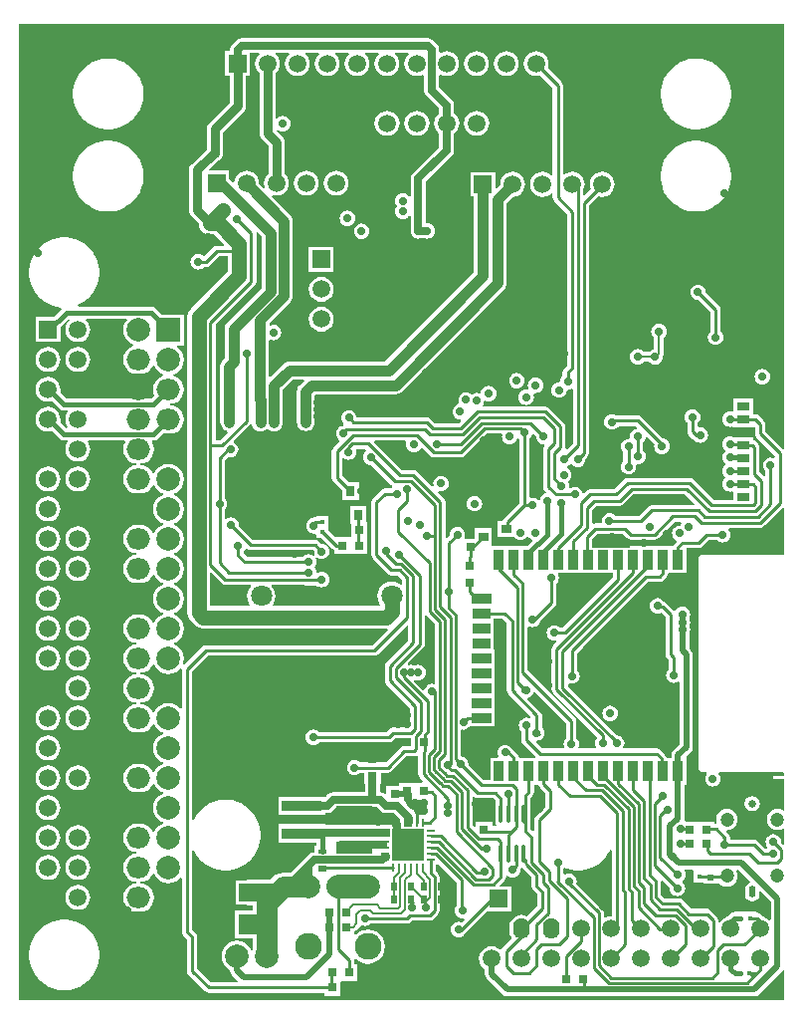
<source format=gbl>
G04*
G04 #@! TF.GenerationSoftware,Altium Limited,Altium Designer,19.0.10 (269)*
G04*
G04 Layer_Physical_Order=4*
G04 Layer_Color=16711680*
%FSLAX25Y25*%
%MOIN*%
G70*
G01*
G75*
%ADD10C,0.02000*%
%ADD11C,0.01000*%
%ADD19C,0.00800*%
%ADD50R,0.02953X0.03150*%
%ADD51R,0.03150X0.02953*%
%ADD67R,0.03150X0.00984*%
%ADD68R,0.00984X0.03150*%
%ADD69R,0.13400X0.03800*%
%ADD88O,0.01181X0.06299*%
%ADD159R,0.10630X0.10630*%
%ADD162C,0.03000*%
%ADD163C,0.01500*%
%ADD165C,0.01100*%
%ADD166C,0.00900*%
%ADD167C,0.02500*%
%ADD168C,0.03500*%
%ADD169C,0.05000*%
%ADD171C,0.07000*%
%ADD193C,0.07087*%
%ADD194R,0.05906X0.05906*%
%ADD195C,0.05906*%
%ADD196C,0.22000*%
%ADD197O,0.07874X0.07087*%
%ADD198C,0.07874*%
%ADD199R,0.07874X0.07874*%
%ADD200R,0.05906X0.05906*%
%ADD201C,0.04724*%
%ADD202C,0.02598*%
%ADD203O,0.02284X0.03937*%
%ADD204C,0.09000*%
%ADD205O,0.06500X0.07874*%
%ADD206C,0.02756*%
%ADD207O,0.05500X0.07000*%
%ADD218R,0.02205X0.02047*%
%ADD219R,0.01772X0.01772*%
%ADD220R,0.01772X0.01772*%
%ADD221R,0.07205X0.04488*%
%ADD222R,0.04331X0.02756*%
%ADD223R,0.13110X0.02756*%
%ADD224R,0.11024X0.03386*%
%ADD225R,0.03661X0.03543*%
%ADD226R,0.03071X0.04134*%
%ADD227R,0.02000X0.03150*%
%ADD228R,0.12000X0.04000*%
%ADD229R,0.06400X0.07000*%
%ADD230R,0.03150X0.01800*%
%ADD231R,0.03150X0.02000*%
%ADD232R,0.03543X0.03150*%
%ADD233R,0.03150X0.03543*%
%ADD234R,0.03543X0.06693*%
%ADD235R,0.06693X0.03543*%
%ADD236R,0.05906X0.03543*%
%ADD237R,0.15748X0.15748*%
%ADD238C,0.02600*%
%ADD239C,0.06000*%
%ADD240C,0.08000*%
%ADD241R,0.16327X0.02957*%
%ADD242R,0.02534X0.03543*%
%ADD243R,0.30010X0.02957*%
%ADD244R,0.02953X0.03665*%
%ADD245R,0.02903X0.02953*%
G36*
X104269Y356639D02*
X104038Y356462D01*
X103373Y355594D01*
X102954Y354584D01*
X102811Y353500D01*
X102954Y352416D01*
X103373Y351406D01*
X104038Y350538D01*
X104277Y350355D01*
Y330142D01*
X104369Y329437D01*
X104642Y328780D01*
X105074Y328216D01*
X107277Y326014D01*
Y316645D01*
X107038Y316462D01*
X106373Y315594D01*
X105954Y314584D01*
X105811Y313500D01*
X105954Y312416D01*
X106061Y312157D01*
X105638Y311874D01*
X104168Y313343D01*
X104189Y313500D01*
X104046Y314584D01*
X103627Y315594D01*
X102962Y316462D01*
X102094Y317127D01*
X101084Y317546D01*
X100000Y317689D01*
X98916Y317546D01*
X97906Y317127D01*
X97038Y316462D01*
X96373Y315594D01*
X95954Y314584D01*
X95868Y313929D01*
X95340Y313750D01*
X94153Y314937D01*
Y317653D01*
X87657D01*
X87466Y318115D01*
X90357Y321006D01*
X90684Y321142D01*
X91249Y321574D01*
X91681Y322138D01*
X91953Y322795D01*
X92046Y323500D01*
Y330529D01*
X98926Y337409D01*
X99358Y337973D01*
X99630Y338630D01*
X99723Y339335D01*
Y349347D01*
X101153D01*
Y357112D01*
X104108D01*
X104269Y356639D01*
D02*
G37*
G36*
X280194Y224654D02*
X279694Y224447D01*
X273733Y230407D01*
Y232860D01*
X273601Y233524D01*
X273226Y234086D01*
X271651Y235661D01*
X271089Y236036D01*
X270425Y236168D01*
X269853D01*
Y241435D01*
X263123D01*
Y237313D01*
X263008Y237236D01*
X262623Y237050D01*
X262039Y237127D01*
X261366Y237038D01*
X260739Y236778D01*
X260201Y236365D01*
X259788Y235827D01*
X259528Y235200D01*
X259439Y234527D01*
X259528Y233854D01*
X259788Y233227D01*
X260201Y232688D01*
X260739Y232275D01*
X261366Y232015D01*
X262039Y231926D01*
X262623Y232003D01*
X263123Y231949D01*
Y231949D01*
X269853D01*
X270267Y231739D01*
Y229689D01*
X270399Y229026D01*
X270774Y228463D01*
X276960Y222278D01*
Y221804D01*
X276460Y221470D01*
X276216Y221571D01*
X275543Y221659D01*
X274870Y221571D01*
X274243Y221311D01*
X273705Y220898D01*
X273291Y220359D01*
X273032Y219732D01*
X272943Y219059D01*
X273032Y218386D01*
X273291Y217759D01*
X273705Y217220D01*
X273810Y217140D01*
Y215683D01*
X273310Y215476D01*
X271890Y216896D01*
Y225023D01*
X271758Y225687D01*
X271382Y226249D01*
X270654Y226978D01*
X270091Y227353D01*
X269853Y227401D01*
Y228443D01*
X263190D01*
X262673Y228657D01*
X262000Y228746D01*
X261327Y228657D01*
X260700Y228397D01*
X260161Y227984D01*
X259748Y227446D01*
X259488Y226819D01*
X259400Y226146D01*
X259488Y225473D01*
X259748Y224846D01*
X260161Y224307D01*
X260326Y224181D01*
Y223681D01*
X260161Y223555D01*
X259748Y223017D01*
X259488Y222390D01*
X259400Y221716D01*
X259488Y221044D01*
X259748Y220416D01*
X260161Y219878D01*
X260315Y219760D01*
Y219130D01*
X260201Y219042D01*
X259788Y218504D01*
X259528Y217877D01*
X259439Y217204D01*
X259528Y216531D01*
X259788Y215904D01*
X260201Y215365D01*
X260301Y215288D01*
Y214789D01*
X260201Y214712D01*
X259788Y214173D01*
X259528Y213546D01*
X259439Y212873D01*
X259528Y212200D01*
X259788Y211573D01*
X260201Y211034D01*
X260739Y210621D01*
X261366Y210362D01*
X262039Y210273D01*
X262623Y210350D01*
X262661Y210346D01*
X262820Y210264D01*
X263123Y209990D01*
Y207406D01*
X256576D01*
X249604Y214379D01*
X249041Y214755D01*
X248378Y214887D01*
X227654D01*
X226990Y214755D01*
X226428Y214379D01*
X223118Y211069D01*
X215000D01*
X214337Y210937D01*
X213774Y210561D01*
X212994Y209781D01*
X212520Y209942D01*
X212512Y210009D01*
X212252Y210636D01*
X211839Y211174D01*
X211300Y211588D01*
X210673Y211847D01*
X210000Y211936D01*
X209327Y211847D01*
X208700Y211588D01*
X208509Y211441D01*
X208040Y211711D01*
X208100Y212169D01*
X208012Y212842D01*
X207752Y213469D01*
X207587Y213684D01*
X208091Y214071D01*
X208504Y214609D01*
X208764Y215236D01*
X208852Y215910D01*
X208764Y216582D01*
X208504Y217210D01*
X208091Y217748D01*
X207552Y218161D01*
X207345Y218247D01*
Y218788D01*
X207552Y218874D01*
X208091Y219287D01*
X208282Y219537D01*
X208905D01*
X209096Y219287D01*
X209634Y218874D01*
X210261Y218614D01*
X210934Y218526D01*
X211607Y218614D01*
X212234Y218874D01*
X212773Y219287D01*
X213186Y219826D01*
X213446Y220453D01*
X213535Y221126D01*
X213517Y221258D01*
X214171Y221911D01*
X214546Y222473D01*
X214678Y223136D01*
Y306058D01*
X217832Y309211D01*
X218081Y309108D01*
X219165Y308965D01*
X220249Y309108D01*
X221260Y309526D01*
X222127Y310192D01*
X222793Y311059D01*
X223211Y312070D01*
X223354Y313154D01*
X223211Y314238D01*
X222793Y315248D01*
X222127Y316115D01*
X221260Y316781D01*
X220249Y317199D01*
X219165Y317342D01*
X218081Y317199D01*
X217071Y316781D01*
X216204Y316115D01*
X215538Y315248D01*
X215120Y314238D01*
X214977Y313154D01*
X215120Y312070D01*
X215315Y311597D01*
X213171Y309453D01*
X212709Y309644D01*
Y310950D01*
X212793Y311059D01*
X213211Y312070D01*
X213354Y313154D01*
X213211Y314238D01*
X212793Y315248D01*
X212127Y316115D01*
X211260Y316781D01*
X210249Y317199D01*
X209165Y317342D01*
X208081Y317199D01*
X207071Y316781D01*
X206517Y316356D01*
X206017Y316602D01*
Y346217D01*
X205885Y346880D01*
X205509Y347442D01*
X200896Y352055D01*
X201046Y352416D01*
X201189Y353500D01*
X201046Y354584D01*
X200627Y355594D01*
X199962Y356462D01*
X199094Y357127D01*
X198084Y357546D01*
X197000Y357689D01*
X195916Y357546D01*
X194906Y357127D01*
X194038Y356462D01*
X193373Y355594D01*
X192954Y354584D01*
X192811Y353500D01*
X192954Y352416D01*
X193373Y351406D01*
X194038Y350538D01*
X194906Y349873D01*
X195916Y349454D01*
X197000Y349311D01*
X198084Y349454D01*
X198445Y349604D01*
X202550Y345499D01*
Y316306D01*
X202050Y316174D01*
X201260Y316781D01*
X200249Y317199D01*
X199165Y317342D01*
X198081Y317199D01*
X197071Y316781D01*
X196204Y316115D01*
X195538Y315248D01*
X195120Y314238D01*
X194977Y313154D01*
X195120Y312070D01*
X195538Y311059D01*
X196204Y310192D01*
X197071Y309526D01*
X198081Y309108D01*
X199165Y308965D01*
X200249Y309108D01*
X201260Y309526D01*
X202050Y310133D01*
X202550Y310001D01*
Y308823D01*
X202682Y308159D01*
X203058Y307597D01*
X207432Y303223D01*
Y252485D01*
X206374Y251427D01*
X205998Y250865D01*
X205866Y250201D01*
Y249061D01*
X205761Y248980D01*
X205348Y248441D01*
X205088Y247814D01*
X204999Y247141D01*
X204535Y246837D01*
X204004Y246767D01*
X203377Y246508D01*
X202839Y246094D01*
X202425Y245556D01*
X202166Y244929D01*
X202077Y244256D01*
X202166Y243583D01*
X202425Y242956D01*
X202839Y242417D01*
X203377Y242004D01*
X204004Y241744D01*
X204677Y241656D01*
X205350Y241744D01*
X205977Y242004D01*
X206516Y242417D01*
X206929Y242956D01*
X207189Y243583D01*
X207277Y244256D01*
X207742Y244560D01*
X208273Y244630D01*
X208742Y244824D01*
X209242Y244579D01*
Y226568D01*
X207229Y224554D01*
X207109Y224568D01*
X206708Y225117D01*
X206733Y225244D01*
Y232102D01*
X206601Y232766D01*
X206226Y233328D01*
X201328Y238226D01*
X200766Y238601D01*
X200102Y238733D01*
X179361D01*
X179114Y239233D01*
X179252Y239412D01*
X179512Y240040D01*
X179555Y240370D01*
X180086Y240686D01*
X180382Y240563D01*
X181055Y240475D01*
X181728Y240563D01*
X182355Y240823D01*
X182894Y241236D01*
X183307Y241775D01*
X183567Y242402D01*
X183655Y243075D01*
X183567Y243748D01*
X183307Y244375D01*
X182894Y244913D01*
X182355Y245327D01*
X181728Y245586D01*
X181055Y245675D01*
X180382Y245586D01*
X179755Y245327D01*
X179217Y244913D01*
X178803Y244375D01*
X178543Y243748D01*
X178500Y243418D01*
X177970Y243101D01*
X177673Y243224D01*
X177000Y243313D01*
X176327Y243224D01*
X175700Y242964D01*
X175412Y242743D01*
X175339Y242839D01*
X174800Y243252D01*
X174173Y243512D01*
X173500Y243600D01*
X172827Y243512D01*
X172200Y243252D01*
X171661Y242839D01*
X171248Y242300D01*
X170988Y241673D01*
X170900Y241000D01*
X170988Y240327D01*
X171102Y240052D01*
X170827Y239512D01*
X170821Y239509D01*
X170200Y239252D01*
X169661Y238839D01*
X169248Y238300D01*
X168988Y237673D01*
X168900Y237000D01*
X168988Y236327D01*
X169248Y235700D01*
X169661Y235161D01*
X170200Y234748D01*
X170827Y234488D01*
X171500Y234400D01*
X171619Y234416D01*
X171853Y233942D01*
X171144Y233233D01*
X163014D01*
X161470Y234778D01*
X160907Y235153D01*
X160244Y235285D01*
X136866D01*
X136815Y235673D01*
X136555Y236300D01*
X136142Y236839D01*
X135603Y237252D01*
X134976Y237512D01*
X134303Y237600D01*
X133630Y237512D01*
X133003Y237252D01*
X132465Y236839D01*
X132051Y236300D01*
X131792Y235673D01*
X131703Y235000D01*
X131792Y234327D01*
X132051Y233700D01*
X132465Y233161D01*
X132539Y233104D01*
X132552Y232937D01*
X132467Y232529D01*
X132107Y232288D01*
X131827Y232251D01*
X131200Y231991D01*
X130661Y231578D01*
X130248Y231040D01*
X129988Y230412D01*
X129900Y229739D01*
X129988Y229066D01*
X130248Y228439D01*
X130661Y227901D01*
X131028Y227620D01*
X131141Y227025D01*
X129042Y224926D01*
X128666Y224364D01*
X128534Y223701D01*
Y214965D01*
X128666Y214301D01*
X129042Y213739D01*
X132020Y210760D01*
Y207465D01*
X137570D01*
Y213409D01*
X134275D01*
X132001Y215683D01*
Y221370D01*
X132501Y221558D01*
X132905Y221248D01*
X133532Y220988D01*
X134205Y220900D01*
X134878Y220988D01*
X135505Y221248D01*
X136043Y221661D01*
X136457Y222200D01*
X136716Y222827D01*
X136805Y223500D01*
X136727Y224095D01*
X136829Y224352D01*
X136992Y224595D01*
X139732D01*
X139986Y224310D01*
X139926Y223715D01*
X139846Y223654D01*
X139433Y223115D01*
X139173Y222488D01*
X139085Y221815D01*
X139173Y221142D01*
X139433Y220515D01*
X139846Y219976D01*
X140385Y219563D01*
X141012Y219303D01*
X141685Y219215D01*
X141817Y219232D01*
X148530Y212519D01*
X148842Y212311D01*
X148868Y212253D01*
X148859Y211718D01*
X148508Y211449D01*
X148427Y211344D01*
X146311D01*
X145648Y211212D01*
X145085Y210836D01*
X142269Y208020D01*
X141894Y207458D01*
X141762Y206794D01*
Y189056D01*
X141894Y188393D01*
X142269Y187830D01*
X147306Y182794D01*
X147868Y182418D01*
X148531Y182286D01*
X150582D01*
X152093Y180775D01*
Y179277D01*
X151593Y179030D01*
X150979Y179501D01*
X149825Y179980D01*
X148587Y180142D01*
X147348Y179980D01*
X146195Y179501D01*
X145204Y178741D01*
X144444Y177750D01*
X143965Y176596D01*
X143802Y175358D01*
X143965Y174120D01*
X144444Y172966D01*
X144798Y172504D01*
X144670Y172004D01*
X108903D01*
X108682Y172452D01*
X109076Y172966D01*
X109554Y174120D01*
X109717Y175358D01*
X109554Y176596D01*
X109076Y177750D01*
X108396Y178637D01*
X108555Y179137D01*
X118962D01*
X119088Y179053D01*
X119751Y178921D01*
X123398D01*
X123793Y178618D01*
X124420Y178358D01*
X125093Y178270D01*
X125766Y178358D01*
X126393Y178618D01*
X126931Y179032D01*
X127345Y179570D01*
X127604Y180197D01*
X127693Y180870D01*
X127604Y181543D01*
X127345Y182170D01*
X126931Y182709D01*
X126393Y183122D01*
X125766Y183382D01*
X125093Y183470D01*
X124420Y183382D01*
X123914Y183172D01*
X123821Y183183D01*
X123567Y183303D01*
X123391Y183444D01*
X123330Y183905D01*
X123071Y184532D01*
X122709Y185004D01*
X123071Y185476D01*
X123330Y186103D01*
X123419Y186776D01*
X123330Y187449D01*
X123071Y188076D01*
X123463Y188386D01*
X123891Y188057D01*
X124518Y187798D01*
X125191Y187709D01*
X125864Y187798D01*
X126491Y188057D01*
X127030Y188471D01*
X127443Y189009D01*
X127703Y189636D01*
X127791Y190309D01*
X127703Y190982D01*
X127443Y191609D01*
X127030Y192148D01*
X126491Y192561D01*
X125864Y192821D01*
X125191Y192909D01*
X125060Y192892D01*
X124223Y193728D01*
X123661Y194104D01*
X122997Y194236D01*
X102129D01*
X97417Y198947D01*
X97435Y199079D01*
X97346Y199752D01*
X97087Y200379D01*
X96673Y200917D01*
X96135Y201331D01*
X95508Y201590D01*
X94835Y201679D01*
X94162Y201590D01*
X93535Y201331D01*
X93131Y201021D01*
X92631Y201209D01*
Y204244D01*
X92736Y204324D01*
X93150Y204863D01*
X93409Y205490D01*
X93498Y206163D01*
X93409Y206836D01*
X93150Y207463D01*
X92736Y208002D01*
X92631Y208082D01*
Y220703D01*
X93840Y221913D01*
X93963Y221862D01*
X94635Y221774D01*
X95308Y221862D01*
X95936Y222122D01*
X96474Y222535D01*
X96887Y223074D01*
X97147Y223701D01*
X97236Y224374D01*
X97147Y225047D01*
X96887Y225674D01*
X96474Y226213D01*
X95936Y226626D01*
X95727Y226712D01*
X95629Y227203D01*
X101178Y232752D01*
X101230Y232829D01*
X101751Y232708D01*
X101757Y232659D01*
X102054Y231941D01*
X102527Y231325D01*
X103144Y230852D01*
X103861Y230555D01*
X104631Y230454D01*
X105401Y230555D01*
X106119Y230852D01*
X106541Y231176D01*
X106896Y231279D01*
X107251Y231176D01*
X107674Y230852D01*
X108391Y230555D01*
X109162Y230454D01*
X109932Y230555D01*
X110649Y230852D01*
X111266Y231325D01*
X111738Y231941D01*
X112036Y232659D01*
X112137Y233429D01*
Y235988D01*
Y238547D01*
Y241106D01*
Y244478D01*
X115632Y247973D01*
X119052D01*
X119244Y247511D01*
X117687Y245955D01*
X117214Y245339D01*
X116917Y244621D01*
X116816Y243851D01*
Y241204D01*
Y238645D01*
Y236086D01*
Y233527D01*
X116917Y232757D01*
X117214Y232039D01*
X117687Y231423D01*
X118303Y230950D01*
X119021Y230653D01*
X119791Y230552D01*
X120561Y230653D01*
X121279Y230950D01*
X121895Y231423D01*
X122368Y232039D01*
X122665Y232757D01*
X122767Y233527D01*
Y236086D01*
Y238645D01*
Y242618D01*
X123124Y242976D01*
X150074D01*
X150844Y243077D01*
X151561Y243375D01*
X152178Y243847D01*
X186309Y277979D01*
X186782Y278595D01*
X187079Y279313D01*
X187180Y280083D01*
Y306960D01*
X189188Y308968D01*
X190249Y309108D01*
X191260Y309526D01*
X192127Y310192D01*
X192793Y311059D01*
X193211Y312070D01*
X193354Y313154D01*
X193211Y314238D01*
X192793Y315248D01*
X192127Y316115D01*
X191260Y316781D01*
X190249Y317199D01*
X189165Y317342D01*
X188081Y317199D01*
X187071Y316781D01*
X186204Y316115D01*
X185538Y315248D01*
X185119Y314238D01*
X184980Y313176D01*
X183780Y311976D01*
X183318Y312168D01*
Y317306D01*
X175013D01*
Y309001D01*
X176190D01*
Y283756D01*
X146358Y253924D01*
X114400D01*
X114400Y253924D01*
X113630Y253823D01*
X112912Y253526D01*
X112296Y253053D01*
X107984Y248741D01*
X107522Y248932D01*
Y260831D01*
X108022Y261165D01*
X108335Y261036D01*
X109008Y260947D01*
X109681Y261036D01*
X110308Y261295D01*
X110846Y261709D01*
X111260Y262247D01*
X111520Y262874D01*
X111608Y263547D01*
X111520Y264220D01*
X111260Y264847D01*
X110846Y265386D01*
X110308Y265799D01*
X109681Y266059D01*
X109008Y266147D01*
X108335Y266059D01*
X108063Y265946D01*
X107650Y266211D01*
X107616Y266715D01*
X114604Y273703D01*
X115077Y274320D01*
X115374Y275037D01*
X115475Y275807D01*
Y300803D01*
X115374Y301573D01*
X115077Y302291D01*
X114604Y302907D01*
X108373Y309138D01*
X108657Y309561D01*
X108916Y309454D01*
X110000Y309311D01*
X111084Y309454D01*
X112094Y309873D01*
X112962Y310538D01*
X113627Y311406D01*
X114046Y312416D01*
X114189Y313500D01*
X114046Y314584D01*
X113627Y315594D01*
X112962Y316462D01*
X112723Y316645D01*
Y327142D01*
X112630Y327847D01*
X112358Y328503D01*
X111926Y329067D01*
X110008Y330985D01*
X110034Y331103D01*
X110590Y331306D01*
X110753Y331181D01*
X111380Y330922D01*
X112053Y330833D01*
X112726Y330922D01*
X113353Y331181D01*
X113891Y331594D01*
X114305Y332133D01*
X114564Y332760D01*
X114653Y333433D01*
X114564Y334106D01*
X114305Y334733D01*
X113891Y335272D01*
X113353Y335685D01*
X112726Y335945D01*
X112053Y336033D01*
X111380Y335945D01*
X110753Y335685D01*
X110223Y335279D01*
X110179Y335284D01*
X109723Y335453D01*
Y350355D01*
X109962Y350538D01*
X110627Y351406D01*
X111046Y352416D01*
X111189Y353500D01*
X111046Y354584D01*
X110627Y355594D01*
X109962Y356462D01*
X109731Y356639D01*
X109892Y357112D01*
X114108D01*
X114269Y356639D01*
X114038Y356462D01*
X113373Y355594D01*
X112954Y354584D01*
X112811Y353500D01*
X112954Y352416D01*
X113373Y351406D01*
X114038Y350538D01*
X114906Y349873D01*
X115916Y349454D01*
X117000Y349311D01*
X118084Y349454D01*
X119094Y349873D01*
X119962Y350538D01*
X120627Y351406D01*
X121046Y352416D01*
X121189Y353500D01*
X121046Y354584D01*
X120627Y355594D01*
X119962Y356462D01*
X119731Y356639D01*
X119892Y357112D01*
X124108D01*
X124269Y356639D01*
X124038Y356462D01*
X123373Y355594D01*
X122954Y354584D01*
X122811Y353500D01*
X122954Y352416D01*
X123373Y351406D01*
X124038Y350538D01*
X124906Y349873D01*
X125916Y349454D01*
X127000Y349311D01*
X128084Y349454D01*
X129094Y349873D01*
X129962Y350538D01*
X130627Y351406D01*
X131046Y352416D01*
X131189Y353500D01*
X131046Y354584D01*
X130627Y355594D01*
X129962Y356462D01*
X129731Y356639D01*
X129892Y357112D01*
X134108D01*
X134269Y356639D01*
X134038Y356462D01*
X133373Y355594D01*
X132954Y354584D01*
X132811Y353500D01*
X132954Y352416D01*
X133373Y351406D01*
X134038Y350538D01*
X134906Y349873D01*
X135916Y349454D01*
X137000Y349311D01*
X138084Y349454D01*
X139094Y349873D01*
X139962Y350538D01*
X140627Y351406D01*
X141046Y352416D01*
X141189Y353500D01*
X141046Y354584D01*
X140627Y355594D01*
X139962Y356462D01*
X139731Y356639D01*
X139892Y357112D01*
X144108D01*
X144269Y356639D01*
X144038Y356462D01*
X143373Y355594D01*
X142954Y354584D01*
X142811Y353500D01*
X142954Y352416D01*
X143373Y351406D01*
X144038Y350538D01*
X144906Y349873D01*
X145916Y349454D01*
X147000Y349311D01*
X148084Y349454D01*
X149094Y349873D01*
X149962Y350538D01*
X150627Y351406D01*
X151046Y352416D01*
X151189Y353500D01*
X151046Y354584D01*
X150627Y355594D01*
X149962Y356462D01*
X149731Y356639D01*
X149892Y357112D01*
X154108D01*
X154269Y356639D01*
X154038Y356462D01*
X153373Y355594D01*
X152954Y354584D01*
X152811Y353500D01*
X152954Y352416D01*
X153373Y351406D01*
X154038Y350538D01*
X154906Y349873D01*
X155916Y349454D01*
X157000Y349311D01*
X158084Y349454D01*
X159002Y349834D01*
X159502Y349627D01*
Y344595D01*
X159692Y343638D01*
X160234Y342828D01*
X164502Y338560D01*
Y336871D01*
X164078Y336545D01*
X163412Y335677D01*
X162994Y334667D01*
X162851Y333583D01*
X162994Y332499D01*
X163412Y331489D01*
X164078Y330621D01*
X164502Y330296D01*
Y325632D01*
X155734Y316863D01*
X155192Y316053D01*
X155002Y315097D01*
Y309160D01*
X154837Y309077D01*
X154502Y309026D01*
X154154Y309480D01*
X153615Y309894D01*
X152988Y310153D01*
X152315Y310242D01*
X151642Y310153D01*
X151015Y309894D01*
X150476Y309480D01*
X150063Y308942D01*
X149803Y308315D01*
X149715Y307642D01*
X149803Y306969D01*
X150063Y306342D01*
X150451Y305836D01*
X150063Y305330D01*
X149803Y304703D01*
X149715Y304030D01*
X149803Y303357D01*
X150063Y302730D01*
X150476Y302191D01*
X151015Y301778D01*
X151642Y301518D01*
X152315Y301430D01*
X152988Y301518D01*
X153615Y301778D01*
X154154Y302191D01*
X154502Y302645D01*
X154837Y302594D01*
X155002Y302512D01*
Y298206D01*
X154988Y298173D01*
X154900Y297500D01*
X154988Y296827D01*
X155248Y296200D01*
X155661Y295661D01*
X156200Y295248D01*
X156827Y294988D01*
X157500Y294900D01*
X158173Y294988D01*
X158206Y295002D01*
X159794D01*
X159827Y294988D01*
X160500Y294900D01*
X161173Y294988D01*
X161800Y295248D01*
X162339Y295661D01*
X162752Y296200D01*
X163012Y296827D01*
X163100Y297500D01*
X163012Y298173D01*
X162752Y298800D01*
X162339Y299339D01*
X161800Y299752D01*
X161173Y300012D01*
X160500Y300100D01*
X160374Y300084D01*
X159998Y300413D01*
Y314062D01*
X168766Y322831D01*
X169308Y323641D01*
X169498Y324597D01*
Y330235D01*
X170001Y330621D01*
X170667Y331489D01*
X171085Y332499D01*
X171228Y333583D01*
X171085Y334667D01*
X170667Y335677D01*
X170001Y336545D01*
X169498Y336931D01*
Y339595D01*
X169308Y340550D01*
X168766Y341361D01*
X164498Y345629D01*
Y349627D01*
X164998Y349834D01*
X165916Y349454D01*
X167000Y349311D01*
X168084Y349454D01*
X169094Y349873D01*
X169962Y350538D01*
X170627Y351406D01*
X171046Y352416D01*
X171189Y353500D01*
X171046Y354584D01*
X170627Y355594D01*
X169962Y356462D01*
X169094Y357127D01*
X168084Y357546D01*
X167000Y357689D01*
X165916Y357546D01*
X164998Y357166D01*
X164498Y357373D01*
Y358215D01*
X164308Y359171D01*
X163766Y359981D01*
X162371Y361377D01*
X161560Y361918D01*
X160604Y362108D01*
X98378D01*
X97422Y361918D01*
X96612Y361377D01*
X95234Y359999D01*
X94692Y359188D01*
X94502Y358232D01*
Y357653D01*
X92847D01*
Y349347D01*
X94277D01*
Y340463D01*
X87397Y333583D01*
X86964Y333019D01*
X86692Y332362D01*
X86599Y331658D01*
Y324951D01*
X81574Y319926D01*
X81142Y319362D01*
X80870Y318705D01*
X80777Y318000D01*
Y304383D01*
X80870Y303678D01*
X81142Y303021D01*
X81574Y302457D01*
X84008Y300024D01*
X84117Y299196D01*
X84490Y298295D01*
X85083Y297523D01*
X85856Y296930D01*
X86756Y296557D01*
X87722Y296429D01*
X89100D01*
X92545Y292984D01*
X92354Y292522D01*
X90000D01*
X89337Y292390D01*
X88774Y292015D01*
X85760Y289001D01*
X85650Y289008D01*
X85111Y289421D01*
X84484Y289681D01*
X83811Y289770D01*
X83138Y289681D01*
X82511Y289421D01*
X81972Y289008D01*
X81559Y288469D01*
X81299Y287842D01*
X81211Y287169D01*
X81299Y286496D01*
X81559Y285869D01*
X81972Y285331D01*
X82511Y284917D01*
X83138Y284658D01*
X83811Y284569D01*
X84484Y284658D01*
X85111Y284917D01*
X85650Y285331D01*
X85730Y285436D01*
X86380D01*
X87044Y285568D01*
X87606Y285944D01*
X90718Y289055D01*
X93768D01*
Y284069D01*
X81269Y271570D01*
X80676Y270797D01*
X80303Y269897D01*
X80176Y268931D01*
Y169750D01*
X80303Y168784D01*
X80676Y167884D01*
X81269Y167111D01*
X82747Y165633D01*
X83520Y165040D01*
X84420Y164667D01*
X85386Y164540D01*
X146618D01*
X147035Y164594D01*
X147268Y164121D01*
X141981Y158834D01*
X86256D01*
X85592Y158702D01*
X85030Y158326D01*
X79112Y152409D01*
X78689Y152692D01*
X78855Y153094D01*
X79032Y154435D01*
X78855Y155776D01*
X78338Y157026D01*
X77514Y158099D01*
X76441Y158922D01*
X75806Y159185D01*
Y159685D01*
X76441Y159948D01*
X77514Y160771D01*
X78338Y161844D01*
X78855Y163094D01*
X79032Y164435D01*
X78855Y165776D01*
X78338Y167026D01*
X77514Y168099D01*
X76441Y168922D01*
X75806Y169185D01*
Y169685D01*
X76441Y169948D01*
X77514Y170771D01*
X78338Y171844D01*
X78855Y173094D01*
X79032Y174435D01*
X78855Y175776D01*
X78338Y177026D01*
X77514Y178099D01*
X76441Y178922D01*
X75806Y179185D01*
Y179685D01*
X76441Y179948D01*
X77514Y180771D01*
X78338Y181844D01*
X78855Y183094D01*
X79032Y184435D01*
X78855Y185776D01*
X78338Y187026D01*
X77514Y188099D01*
X76441Y188922D01*
X75806Y189185D01*
Y189685D01*
X76441Y189948D01*
X77514Y190771D01*
X78338Y191844D01*
X78855Y193094D01*
X79032Y194435D01*
X78855Y195776D01*
X78338Y197026D01*
X77514Y198099D01*
X76441Y198922D01*
X75806Y199185D01*
Y199685D01*
X76441Y199948D01*
X77514Y200771D01*
X78338Y201844D01*
X78855Y203094D01*
X79032Y204435D01*
X78855Y205776D01*
X78338Y207026D01*
X77514Y208099D01*
X76441Y208922D01*
X75806Y209185D01*
Y209685D01*
X76441Y209948D01*
X77514Y210771D01*
X78338Y211844D01*
X78855Y213094D01*
X79032Y214435D01*
X78855Y215776D01*
X78338Y217026D01*
X77514Y218099D01*
X76441Y218922D01*
X75191Y219440D01*
X73850Y219616D01*
X72509Y219440D01*
X71260Y218922D01*
X70187Y218099D01*
X69363Y217026D01*
X69105Y216402D01*
X68564D01*
X68387Y216827D01*
X67627Y217818D01*
X66636Y218578D01*
X65482Y219056D01*
X64521Y219183D01*
Y219687D01*
X65482Y219814D01*
X66636Y220292D01*
X67627Y221052D01*
X68387Y222043D01*
X68865Y223197D01*
X69028Y224435D01*
X68865Y225673D01*
X68387Y226827D01*
X68256Y226998D01*
X68477Y227447D01*
X68850D01*
X69611Y227598D01*
X70256Y228029D01*
X72093Y229866D01*
X72218Y229814D01*
X73457Y229651D01*
X74244D01*
X75482Y229814D01*
X76636Y230292D01*
X77627Y231052D01*
X78387Y232043D01*
X78865Y233197D01*
X79028Y234435D01*
X78865Y235673D01*
X78387Y236827D01*
X77627Y237818D01*
X76636Y238578D01*
X75482Y239056D01*
X74520Y239183D01*
Y239687D01*
X75482Y239814D01*
X76636Y240292D01*
X77627Y241052D01*
X78387Y242043D01*
X78865Y243197D01*
X79028Y244435D01*
X78865Y245673D01*
X78387Y246827D01*
X77627Y247818D01*
X76636Y248578D01*
X75539Y249033D01*
X75488Y249215D01*
X75500Y249558D01*
X76441Y249948D01*
X77514Y250771D01*
X78338Y251844D01*
X78855Y253094D01*
X79032Y254435D01*
X78855Y255776D01*
X78338Y257026D01*
X77514Y258099D01*
X76603Y258798D01*
X76773Y259298D01*
X78987D01*
Y269572D01*
X71525D01*
X69451Y271646D01*
X68806Y272077D01*
X68045Y272228D01*
X43604D01*
X43505Y272728D01*
X44120Y272983D01*
X45461Y273757D01*
X46689Y274700D01*
X47784Y275795D01*
X48726Y277023D01*
X49500Y278364D01*
X50093Y279794D01*
X50494Y281290D01*
X50696Y282825D01*
Y284373D01*
X50494Y285908D01*
X50093Y287403D01*
X49500Y288834D01*
X48726Y290175D01*
X47784Y291403D01*
X46689Y292498D01*
X45461Y293440D01*
X44120Y294215D01*
X42689Y294807D01*
X41194Y295208D01*
X39659Y295410D01*
X38110D01*
X36575Y295208D01*
X35080Y294807D01*
X33650Y294215D01*
X32309Y293440D01*
X31080Y292498D01*
X29985Y291403D01*
X29043Y290175D01*
X28269Y288834D01*
X27676Y287403D01*
X27276Y285908D01*
X27073Y284373D01*
Y282825D01*
X27276Y281290D01*
X27676Y279794D01*
X28269Y278364D01*
X29043Y277023D01*
X29985Y275795D01*
X31080Y274700D01*
X32309Y273757D01*
X33650Y272983D01*
X35080Y272391D01*
X36575Y271990D01*
X37734Y271837D01*
X37913Y271309D01*
X35256Y268653D01*
X29347D01*
Y260347D01*
X37653D01*
Y265426D01*
X40285Y268058D01*
X40450Y268024D01*
X40574Y267489D01*
X40538Y267462D01*
X39873Y266594D01*
X39454Y265584D01*
X39311Y264500D01*
X39454Y263416D01*
X39873Y262406D01*
X40538Y261538D01*
X41406Y260873D01*
X42416Y260454D01*
X43500Y260311D01*
X44584Y260454D01*
X45594Y260873D01*
X46462Y261538D01*
X47127Y262406D01*
X47546Y263416D01*
X47689Y264500D01*
X47546Y265584D01*
X47127Y266594D01*
X46462Y267462D01*
X46084Y267752D01*
X46253Y268252D01*
X59674D01*
X59921Y267752D01*
X59363Y267026D01*
X58846Y265776D01*
X58669Y264435D01*
X58846Y263094D01*
X59363Y261844D01*
X60187Y260771D01*
X61260Y259948D01*
X62200Y259558D01*
X62213Y259215D01*
X62162Y259033D01*
X61064Y258578D01*
X60074Y257818D01*
X59313Y256827D01*
X58836Y255673D01*
X58672Y254435D01*
X58836Y253197D01*
X59313Y252043D01*
X60074Y251052D01*
X61064Y250292D01*
X62218Y249814D01*
X63457Y249651D01*
X64244D01*
X65482Y249814D01*
X66636Y250292D01*
X67627Y251052D01*
X68387Y252043D01*
X68564Y252468D01*
X69105D01*
X69363Y251844D01*
X70187Y250771D01*
X71260Y249948D01*
X72201Y249558D01*
X72213Y249215D01*
X72162Y249033D01*
X71065Y248578D01*
X70074Y247818D01*
X69313Y246827D01*
X68836Y245673D01*
X68672Y244435D01*
X68836Y243197D01*
X69118Y242514D01*
X68027Y241423D01*
X39674D01*
X37562Y243536D01*
X37689Y244500D01*
X37546Y245584D01*
X37127Y246594D01*
X36462Y247462D01*
X35594Y248127D01*
X34584Y248546D01*
X33500Y248689D01*
X32416Y248546D01*
X31406Y248127D01*
X30538Y247462D01*
X29873Y246594D01*
X29454Y245584D01*
X29311Y244500D01*
X29454Y243416D01*
X29873Y242406D01*
X30538Y241538D01*
X31406Y240873D01*
X32416Y240454D01*
X33500Y240311D01*
X34584Y240454D01*
X34892Y240582D01*
X37444Y238029D01*
X38089Y237598D01*
X38850Y237447D01*
X39961D01*
X40183Y236998D01*
X39873Y236594D01*
X39454Y235584D01*
X39311Y234500D01*
X39454Y233416D01*
X39873Y232406D01*
X40112Y232094D01*
X39887Y231595D01*
X39542Y231555D01*
X37562Y233536D01*
X37689Y234500D01*
X37546Y235584D01*
X37127Y236594D01*
X36462Y237462D01*
X35594Y238127D01*
X34584Y238546D01*
X33500Y238689D01*
X32416Y238546D01*
X31406Y238127D01*
X30538Y237462D01*
X29873Y236594D01*
X29454Y235584D01*
X29311Y234500D01*
X29454Y233416D01*
X29873Y232406D01*
X30538Y231538D01*
X31406Y230873D01*
X32416Y230454D01*
X33500Y230311D01*
X34584Y230454D01*
X34892Y230582D01*
X37444Y228029D01*
X38089Y227598D01*
X38850Y227447D01*
X39961D01*
X40183Y226998D01*
X39873Y226594D01*
X39454Y225584D01*
X39311Y224500D01*
X39454Y223416D01*
X39873Y222406D01*
X40538Y221538D01*
X41406Y220873D01*
X42416Y220454D01*
X43500Y220311D01*
X44584Y220454D01*
X45594Y220873D01*
X46462Y221538D01*
X47127Y222406D01*
X47546Y223416D01*
X47689Y224500D01*
X47546Y225584D01*
X47127Y226594D01*
X46817Y226998D01*
X47038Y227447D01*
X59224D01*
X59445Y226998D01*
X59313Y226827D01*
X58836Y225673D01*
X58672Y224435D01*
X58836Y223197D01*
X59313Y222043D01*
X60074Y221052D01*
X61064Y220292D01*
X62218Y219814D01*
X63180Y219687D01*
Y219183D01*
X62218Y219056D01*
X61064Y218578D01*
X60074Y217818D01*
X59313Y216827D01*
X58836Y215673D01*
X58672Y214435D01*
X58836Y213197D01*
X59313Y212043D01*
X60074Y211052D01*
X61064Y210292D01*
X62218Y209814D01*
X63457Y209651D01*
X64244D01*
X65482Y209814D01*
X66636Y210292D01*
X67627Y211052D01*
X68387Y212043D01*
X68564Y212468D01*
X69105D01*
X69363Y211844D01*
X70187Y210771D01*
X71260Y209948D01*
X71894Y209685D01*
Y209185D01*
X71260Y208922D01*
X70187Y208099D01*
X69363Y207026D01*
X68846Y205776D01*
X68669Y204435D01*
X68846Y203094D01*
X69363Y201844D01*
X70187Y200771D01*
X71260Y199948D01*
X71894Y199685D01*
Y199185D01*
X71260Y198922D01*
X70187Y198099D01*
X69363Y197026D01*
X69105Y196402D01*
X68564D01*
X68387Y196827D01*
X67627Y197818D01*
X66636Y198578D01*
X65482Y199056D01*
X64244Y199219D01*
X63457D01*
X62218Y199056D01*
X61064Y198578D01*
X60074Y197818D01*
X59313Y196827D01*
X58836Y195673D01*
X58672Y194435D01*
X58836Y193197D01*
X59313Y192043D01*
X60074Y191052D01*
X61064Y190292D01*
X62218Y189814D01*
X63180Y189687D01*
Y189183D01*
X62218Y189056D01*
X61064Y188578D01*
X60074Y187818D01*
X59313Y186827D01*
X58836Y185673D01*
X58672Y184435D01*
X58836Y183197D01*
X59313Y182043D01*
X60074Y181052D01*
X61064Y180292D01*
X62218Y179814D01*
X63457Y179651D01*
X64244D01*
X65482Y179814D01*
X66636Y180292D01*
X67627Y181052D01*
X68387Y182043D01*
X68564Y182468D01*
X69105D01*
X69363Y181844D01*
X70187Y180771D01*
X71260Y179948D01*
X71894Y179685D01*
Y179185D01*
X71260Y178922D01*
X70187Y178099D01*
X69363Y177026D01*
X68846Y175776D01*
X68669Y174435D01*
X68846Y173094D01*
X69363Y171844D01*
X70187Y170771D01*
X71260Y169948D01*
X71894Y169685D01*
Y169185D01*
X71260Y168922D01*
X70187Y168099D01*
X69363Y167026D01*
X69105Y166402D01*
X68564D01*
X68387Y166827D01*
X67627Y167818D01*
X66636Y168578D01*
X65482Y169056D01*
X64244Y169219D01*
X63457D01*
X62218Y169056D01*
X61064Y168578D01*
X60074Y167818D01*
X59313Y166827D01*
X58836Y165673D01*
X58672Y164435D01*
X58836Y163197D01*
X59313Y162043D01*
X60074Y161052D01*
X61064Y160292D01*
X62218Y159814D01*
X63180Y159687D01*
Y159183D01*
X62218Y159056D01*
X61064Y158578D01*
X60074Y157818D01*
X59313Y156827D01*
X58836Y155673D01*
X58672Y154435D01*
X58836Y153197D01*
X59313Y152043D01*
X60074Y151052D01*
X61064Y150292D01*
X62218Y149814D01*
X63180Y149687D01*
Y149183D01*
X62218Y149056D01*
X61064Y148578D01*
X60074Y147818D01*
X59313Y146827D01*
X58836Y145673D01*
X58672Y144435D01*
X58836Y143197D01*
X59313Y142043D01*
X60074Y141052D01*
X61064Y140292D01*
X62218Y139814D01*
X63180Y139687D01*
Y139183D01*
X62218Y139056D01*
X61064Y138578D01*
X60074Y137818D01*
X59313Y136827D01*
X58836Y135673D01*
X58672Y134435D01*
X58836Y133197D01*
X59313Y132043D01*
X60074Y131052D01*
X61064Y130292D01*
X62218Y129814D01*
X63457Y129651D01*
X64244D01*
X65482Y129814D01*
X66636Y130292D01*
X67627Y131052D01*
X68387Y132043D01*
X68564Y132468D01*
X69105D01*
X69363Y131844D01*
X70187Y130771D01*
X71260Y129948D01*
X71894Y129685D01*
Y129185D01*
X71260Y128922D01*
X70187Y128099D01*
X69363Y127026D01*
X68846Y125776D01*
X68669Y124435D01*
X68846Y123094D01*
X69363Y121844D01*
X70187Y120771D01*
X71260Y119948D01*
X71894Y119685D01*
Y119185D01*
X71260Y118922D01*
X70187Y118099D01*
X69363Y117026D01*
X69105Y116402D01*
X68564D01*
X68387Y116827D01*
X67627Y117818D01*
X66636Y118578D01*
X65482Y119056D01*
X64244Y119219D01*
X63457D01*
X62218Y119056D01*
X61064Y118578D01*
X60074Y117818D01*
X59313Y116827D01*
X58836Y115673D01*
X58672Y114435D01*
X58836Y113197D01*
X59313Y112043D01*
X60074Y111052D01*
X61064Y110292D01*
X62218Y109814D01*
X63457Y109651D01*
X64244D01*
X65482Y109814D01*
X66636Y110292D01*
X67627Y111052D01*
X68387Y112043D01*
X68564Y112468D01*
X69105D01*
X69363Y111844D01*
X70187Y110771D01*
X71260Y109948D01*
X71894Y109685D01*
Y109185D01*
X71260Y108922D01*
X70187Y108099D01*
X69363Y107026D01*
X68846Y105776D01*
X68669Y104435D01*
X68846Y103094D01*
X69363Y101844D01*
X70187Y100771D01*
X71260Y99948D01*
X71894Y99685D01*
Y99185D01*
X71260Y98922D01*
X70187Y98099D01*
X69363Y97026D01*
X69105Y96402D01*
X68564D01*
X68387Y96827D01*
X67627Y97818D01*
X66636Y98578D01*
X65482Y99056D01*
X64244Y99219D01*
X63457D01*
X62218Y99056D01*
X61064Y98578D01*
X60074Y97818D01*
X59313Y96827D01*
X58836Y95673D01*
X58672Y94435D01*
X58836Y93197D01*
X59313Y92043D01*
X60074Y91052D01*
X61064Y90292D01*
X62218Y89814D01*
X63180Y89687D01*
Y89183D01*
X62218Y89056D01*
X61064Y88578D01*
X60074Y87818D01*
X59313Y86827D01*
X58836Y85673D01*
X58672Y84435D01*
X58836Y83197D01*
X59313Y82043D01*
X60074Y81052D01*
X61064Y80292D01*
X62218Y79814D01*
X63180Y79687D01*
Y79183D01*
X62218Y79056D01*
X61064Y78578D01*
X60074Y77818D01*
X59313Y76827D01*
X58836Y75673D01*
X58672Y74435D01*
X58836Y73197D01*
X59313Y72043D01*
X60074Y71052D01*
X61064Y70292D01*
X62218Y69814D01*
X63457Y69651D01*
X64244D01*
X65482Y69814D01*
X66636Y70292D01*
X67627Y71052D01*
X68387Y72043D01*
X68865Y73197D01*
X69028Y74435D01*
X68865Y75673D01*
X68387Y76827D01*
X67627Y77818D01*
X66636Y78578D01*
X65482Y79056D01*
X64521Y79183D01*
Y79687D01*
X65482Y79814D01*
X66636Y80292D01*
X67627Y81052D01*
X68387Y82043D01*
X68564Y82468D01*
X69105D01*
X69363Y81844D01*
X70187Y80771D01*
X71260Y79948D01*
X72509Y79430D01*
X73850Y79254D01*
X75191Y79430D01*
X76441Y79948D01*
X77514Y80771D01*
X77787Y81127D01*
X78261Y80967D01*
Y62994D01*
X78393Y62331D01*
X78768Y61769D01*
X80031Y60506D01*
Y49832D01*
X80163Y49168D01*
X80539Y48606D01*
X86030Y43115D01*
X86593Y42739D01*
X87256Y42607D01*
X125918D01*
Y41565D01*
X131271D01*
Y46251D01*
X131627Y46599D01*
X136979D01*
Y52149D01*
X136135D01*
Y53508D01*
X136070Y53835D01*
X136538Y54046D01*
X136596Y53970D01*
X137787Y53057D01*
X139173Y52482D01*
X140661Y52286D01*
X142149Y52482D01*
X143536Y53057D01*
X144727Y53970D01*
X145640Y55161D01*
X146215Y56547D01*
X146411Y58035D01*
X146215Y59523D01*
X145640Y60910D01*
X144727Y62101D01*
X143536Y63014D01*
X142149Y63589D01*
X140661Y63785D01*
X139173Y63589D01*
X137787Y63014D01*
X136596Y62101D01*
X136531Y62015D01*
X136031Y62185D01*
Y62980D01*
X136189Y63012D01*
X136718Y63365D01*
X137857Y64505D01*
X138100Y64867D01*
X138240Y65039D01*
X138738Y65121D01*
X139044Y64994D01*
X139716Y64906D01*
X140390Y64994D01*
X141017Y65254D01*
X141555Y65667D01*
X141675Y65824D01*
X153746D01*
X154390Y65952D01*
X154936Y66316D01*
X155361Y66742D01*
X161281D01*
X161925Y66870D01*
X162470Y67235D01*
X164135Y68899D01*
X164499Y69444D01*
X164627Y70088D01*
Y81284D01*
X164627Y81284D01*
X164499Y81928D01*
X164135Y82474D01*
X164134Y82474D01*
X163249Y83359D01*
Y85441D01*
X164342D01*
X164342Y85441D01*
Y85441D01*
X164797Y85300D01*
X170464Y79634D01*
Y71961D01*
X170443Y71945D01*
X170029Y71406D01*
X169770Y70779D01*
X169681Y70106D01*
X169770Y69433D01*
X170029Y68806D01*
X170443Y68268D01*
X170981Y67854D01*
X171608Y67594D01*
X172281Y67506D01*
X172698Y67561D01*
X172931Y67087D01*
X171989Y66145D01*
X171622Y66296D01*
X170949Y66385D01*
X170276Y66296D01*
X169649Y66036D01*
X169111Y65623D01*
X168698Y65085D01*
X168438Y64458D01*
X168349Y63785D01*
X168438Y63112D01*
X168698Y62485D01*
X169111Y61946D01*
X169649Y61533D01*
X170276Y61273D01*
X170949Y61184D01*
X171622Y61273D01*
X172249Y61533D01*
X172788Y61946D01*
X173103Y62356D01*
X180594Y69847D01*
X188636D01*
Y78153D01*
X185033D01*
X184841Y78615D01*
X186415Y80188D01*
X186790Y80750D01*
X186922Y81414D01*
Y81683D01*
X187422Y81869D01*
X187828Y81558D01*
X188455Y81298D01*
X189128Y81209D01*
X189801Y81298D01*
X190428Y81558D01*
X190967Y81971D01*
X191380Y82509D01*
X191640Y83136D01*
X191729Y83809D01*
X191701Y84015D01*
X191881Y84284D01*
X192114Y84342D01*
X192427Y84367D01*
X192428Y84365D01*
X195464Y81329D01*
Y78172D01*
X195596Y77509D01*
X195971Y76946D01*
X197267Y75651D01*
Y71687D01*
X193857Y68277D01*
X193081Y68598D01*
X192050Y68734D01*
X191019Y68598D01*
X190058Y68200D01*
X189233Y67567D01*
X188600Y66742D01*
X188202Y65781D01*
X188066Y64750D01*
Y63250D01*
X188202Y62219D01*
X188600Y61258D01*
X188920Y60840D01*
X185735Y57655D01*
X185444Y57220D01*
X185356Y57167D01*
X185005Y57089D01*
X184848Y57087D01*
X184144Y57627D01*
X183134Y58046D01*
X182050Y58189D01*
X180966Y58046D01*
X179956Y57627D01*
X179088Y56962D01*
X178423Y56094D01*
X178004Y55084D01*
X177861Y54000D01*
X178004Y52916D01*
X178423Y51906D01*
X179088Y51038D01*
X179757Y50525D01*
Y48969D01*
X179928Y48110D01*
X180414Y47383D01*
X185733Y42064D01*
X186460Y41578D01*
X187319Y41407D01*
X270081D01*
X270940Y41578D01*
X271668Y42064D01*
X279413Y49809D01*
X279694Y50229D01*
X280194Y50078D01*
Y40306D01*
X23806D01*
Y366694D01*
X280194D01*
Y224654D01*
D02*
G37*
G36*
X105025Y295649D02*
Y278480D01*
X93623Y267078D01*
X93150Y266462D01*
X92853Y265744D01*
X92751Y264974D01*
Y255042D01*
X92097Y254388D01*
X91624Y253771D01*
X91327Y253054D01*
X91225Y252284D01*
Y233528D01*
X91327Y232758D01*
X91624Y232040D01*
X92097Y231424D01*
X92713Y230951D01*
X93431Y230654D01*
X93531Y230641D01*
X93691Y230167D01*
X91009Y227485D01*
X89564D01*
Y266224D01*
X102726Y279386D01*
X103101Y279948D01*
X103233Y280611D01*
Y296646D01*
X103211Y296755D01*
X103672Y297002D01*
X105025Y295649D01*
D02*
G37*
G36*
X185600Y229231D02*
X185541Y228785D01*
X185630Y228112D01*
X185890Y227485D01*
X186303Y226947D01*
X186842Y226534D01*
X187469Y226274D01*
X188142Y226185D01*
X188815Y226274D01*
X189442Y226534D01*
X189980Y226947D01*
X190394Y227485D01*
X190534Y227825D01*
X191111Y227998D01*
X191120Y227996D01*
X191330Y227830D01*
Y206460D01*
X186129Y201259D01*
X185753Y200697D01*
X185729Y200574D01*
X184135D01*
Y195025D01*
X189658D01*
X189846Y194780D01*
X190385Y194366D01*
X191012Y194106D01*
X191685Y194018D01*
X192358Y194106D01*
X192985Y194366D01*
X193524Y194780D01*
X193858Y195215D01*
X194080Y195261D01*
X194213D01*
X194435Y195215D01*
X194769Y194780D01*
X195308Y194366D01*
X195622Y194236D01*
X195740Y193646D01*
X194203Y192109D01*
X182552D01*
X182204Y192465D01*
Y198015D01*
X176261D01*
Y194720D01*
X176013Y194472D01*
X173372D01*
X173038Y194972D01*
X173115Y195158D01*
X173203Y195831D01*
X173115Y196504D01*
X172855Y197131D01*
X172442Y197669D01*
X171903Y198082D01*
X171276Y198342D01*
X170603Y198431D01*
X169930Y198342D01*
X169303Y198082D01*
X168764Y197669D01*
X168351Y197131D01*
X168091Y196504D01*
X168003Y195831D01*
X168020Y195699D01*
X167076Y194755D01*
X166576Y194962D01*
Y206921D01*
X166576Y206921D01*
X166444Y207585D01*
X166068Y208147D01*
X164183Y210032D01*
X164417Y210433D01*
X164457Y210465D01*
X165110Y210379D01*
X165783Y210468D01*
X166410Y210728D01*
X166949Y211141D01*
X167362Y211679D01*
X167622Y212306D01*
X167710Y212980D01*
X167622Y213652D01*
X167362Y214280D01*
X166949Y214818D01*
X166410Y215231D01*
X165783Y215491D01*
X165110Y215580D01*
X164437Y215491D01*
X163810Y215231D01*
X163272Y214818D01*
X162858Y214280D01*
X162599Y213652D01*
X162510Y212980D01*
X162596Y212326D01*
X162564Y212286D01*
X162163Y212052D01*
X157080Y217135D01*
X156518Y217511D01*
X155854Y217643D01*
X151965D01*
X142705Y226903D01*
X142896Y227365D01*
X153214D01*
X153548Y226865D01*
X153488Y226720D01*
X153400Y226047D01*
X153488Y225374D01*
X153748Y224747D01*
X154161Y224209D01*
X154700Y223795D01*
X155327Y223536D01*
X156000Y223447D01*
X156673Y223536D01*
X157300Y223795D01*
X157839Y224209D01*
X158252Y224747D01*
X158333Y224943D01*
X158824Y225041D01*
X161590Y222274D01*
X162153Y221899D01*
X162816Y221767D01*
X162816Y221767D01*
X171610D01*
X172274Y221899D01*
X172836Y222274D01*
X180293Y229731D01*
X185254D01*
X185600Y229231D01*
D02*
G37*
G36*
X196964Y228917D02*
X196947Y228785D01*
X197035Y228112D01*
X197295Y227485D01*
X197708Y226947D01*
X198247Y226534D01*
X198874Y226274D01*
X199547Y226185D01*
X199642Y226198D01*
X199875Y225724D01*
X199774Y225623D01*
X199399Y225061D01*
X199267Y224398D01*
Y211968D01*
X199399Y211305D01*
X199774Y210743D01*
X200278Y210240D01*
X200117Y209766D01*
X200067Y209760D01*
X199440Y209500D01*
X198901Y209087D01*
X198488Y208548D01*
X198229Y207921D01*
X198188Y207614D01*
X197665Y207474D01*
X197584Y207581D01*
X197045Y207994D01*
X196418Y208254D01*
X195745Y208342D01*
X195296Y208283D01*
X194796Y208628D01*
Y228163D01*
X194902Y228244D01*
X195315Y228783D01*
X195575Y229410D01*
X195597Y229577D01*
X196124Y229756D01*
X196964Y228917D01*
D02*
G37*
G36*
X249997Y206195D02*
X249805Y205733D01*
X235579D01*
X234915Y205601D01*
X234353Y205226D01*
X231361Y202233D01*
X223419D01*
X223339Y202339D01*
X222800Y202752D01*
X222173Y203012D01*
X221500Y203100D01*
X220827Y203012D01*
X220200Y202752D01*
X219661Y202339D01*
X219248Y201800D01*
X218988Y201173D01*
X218900Y200500D01*
X218945Y200155D01*
X218554Y199655D01*
X216808D01*
X216283Y199551D01*
X215783Y199837D01*
Y204246D01*
X217051Y205515D01*
X225000D01*
X225663Y205647D01*
X226226Y206022D01*
X229655Y209452D01*
X246740D01*
X249997Y206195D01*
D02*
G37*
G36*
X245677Y199767D02*
X245473Y199273D01*
X245425Y198911D01*
X245105Y198953D01*
X244432Y198865D01*
X243805Y198605D01*
X243267Y198192D01*
X242853Y197653D01*
X242594Y197026D01*
X242505Y196353D01*
X242594Y195680D01*
X242853Y195053D01*
X243267Y194515D01*
X243805Y194101D01*
X243889Y194066D01*
X243987Y193576D01*
X243333Y192923D01*
X242958Y192360D01*
X242908Y192109D01*
X215783D01*
Y194446D01*
X217526Y196189D01*
X225997D01*
X227489Y194696D01*
X228051Y194321D01*
X228715Y194189D01*
X236795D01*
X237459Y194321D01*
X238021Y194696D01*
X243591Y200267D01*
X245446D01*
X245677Y199767D01*
D02*
G37*
G36*
X280194Y204803D02*
Y189234D01*
X279753Y188999D01*
X279681Y189046D01*
X279067Y189169D01*
X253003D01*
X252389Y189046D01*
X251868Y188698D01*
X251520Y188177D01*
X251397Y187563D01*
Y117949D01*
X251520Y117334D01*
X251868Y116813D01*
X252389Y116465D01*
X253003Y116343D01*
X253942D01*
X254188Y115843D01*
X253940Y115520D01*
X253680Y114893D01*
X253592Y114220D01*
X253680Y113547D01*
X253940Y112920D01*
X254353Y112381D01*
X254892Y111968D01*
X255519Y111708D01*
X256192Y111620D01*
X256865Y111708D01*
X257492Y111968D01*
X258031Y112381D01*
X258444Y112920D01*
X258704Y113547D01*
X258792Y114220D01*
X258704Y114893D01*
X258444Y115520D01*
X258196Y115843D01*
X258442Y116343D01*
X279067D01*
X279681Y116465D01*
X279753Y116513D01*
X280194Y116277D01*
Y115122D01*
X276528D01*
Y114205D01*
X280194D01*
Y103821D01*
X279745Y103600D01*
X279623Y103693D01*
X278757Y104052D01*
X277827Y104174D01*
X276897Y104052D01*
X276030Y103693D01*
X275286Y103122D01*
X274715Y102378D01*
X274356Y101511D01*
X274234Y100582D01*
X274356Y99651D01*
X274715Y98785D01*
X275286Y98041D01*
X276030Y97470D01*
X276897Y97111D01*
X277827Y96988D01*
X278757Y97111D01*
X279623Y97470D01*
X279745Y97563D01*
X280194Y97342D01*
Y92415D01*
X279732Y92224D01*
X279040Y92916D01*
X279057Y93047D01*
X278968Y93720D01*
X278709Y94348D01*
X278295Y94886D01*
X277757Y95299D01*
X277130Y95559D01*
X276457Y95648D01*
X275784Y95559D01*
X275157Y95299D01*
X274618Y94886D01*
X274205Y94348D01*
X273945Y93720D01*
X273856Y93047D01*
X273945Y92374D01*
X274205Y91747D01*
X274432Y91451D01*
X274485Y91312D01*
X274313Y90885D01*
X274297Y90867D01*
X273795Y90863D01*
X271196Y93462D01*
X270634Y93838D01*
X269970Y93970D01*
X262082D01*
X262001Y94075D01*
X261896Y94156D01*
Y94603D01*
X261764Y95266D01*
X261388Y95828D01*
X260676Y96540D01*
X260830Y96852D01*
X260930Y96993D01*
X261828Y97111D01*
X262694Y97470D01*
X263438Y98041D01*
X264009Y98785D01*
X264368Y99651D01*
X264491Y100582D01*
X264368Y101511D01*
X264009Y102378D01*
X263438Y103122D01*
X262694Y103693D01*
X261828Y104052D01*
X260898Y104174D01*
X259968Y104052D01*
X259101Y103693D01*
X258357Y103122D01*
X257786Y102378D01*
X257427Y101511D01*
X257305Y100582D01*
X257427Y99651D01*
X257448Y99602D01*
X257165Y99227D01*
X256665Y99307D01*
Y99965D01*
X251312D01*
Y99965D01*
X250956D01*
Y99965D01*
X247024D01*
X246682Y100465D01*
X246802Y101067D01*
Y112150D01*
X247531D01*
Y121243D01*
X247531D01*
X247344Y121694D01*
X248886Y123236D01*
X249373Y123964D01*
X249543Y124822D01*
Y155700D01*
X249372Y156558D01*
X248886Y157286D01*
X248243Y157929D01*
Y162689D01*
X248252Y162700D01*
X248512Y163327D01*
X248600Y164000D01*
X248512Y164673D01*
X248273Y165250D01*
X248512Y165827D01*
X248600Y166500D01*
X248512Y167173D01*
X248252Y167800D01*
X248243Y167812D01*
Y167838D01*
X248252Y167850D01*
X248512Y168477D01*
X248600Y169150D01*
X248512Y169823D01*
X248252Y170450D01*
X247839Y170989D01*
X247300Y171402D01*
X246673Y171661D01*
X246000Y171750D01*
X245327Y171661D01*
X244700Y171402D01*
X244161Y170989D01*
X243748Y170450D01*
X243728Y170403D01*
X243550Y170385D01*
X243187Y170402D01*
X240548Y173041D01*
X239985Y173416D01*
X239810Y173451D01*
X239479Y173882D01*
X238941Y174295D01*
X238314Y174555D01*
X237641Y174644D01*
X236968Y174555D01*
X236341Y174295D01*
X235802Y173882D01*
X235389Y173343D01*
X235129Y172716D01*
X235041Y172043D01*
X235129Y171370D01*
X235389Y170743D01*
X235802Y170205D01*
X236341Y169791D01*
X236968Y169532D01*
X237641Y169443D01*
X238314Y169532D01*
X238908Y169778D01*
X240264Y168421D01*
Y155970D01*
X240396Y155307D01*
X240772Y154745D01*
X241408Y154109D01*
Y150780D01*
X241302Y150699D01*
X240889Y150161D01*
X240629Y149534D01*
X240541Y148861D01*
X240629Y148188D01*
X240889Y147561D01*
X241302Y147022D01*
X241841Y146609D01*
X242468Y146349D01*
X243141Y146261D01*
X243814Y146349D01*
X244441Y146609D01*
X244557Y146698D01*
X245057Y146451D01*
Y125751D01*
X242973Y123667D01*
X242487Y122939D01*
X242316Y122081D01*
Y121243D01*
X240619D01*
X240530Y121691D01*
X240155Y122253D01*
X238580Y123828D01*
X238018Y124204D01*
X237354Y124336D01*
X226410D01*
X226189Y124784D01*
X226220Y124825D01*
X226480Y125452D01*
X226569Y126125D01*
X226480Y126798D01*
X226220Y127425D01*
X225807Y127964D01*
X225269Y128377D01*
X224641Y128637D01*
X224148Y128702D01*
X207592Y145258D01*
Y145842D01*
X208092Y146176D01*
X208335Y146075D01*
X209008Y145986D01*
X209681Y146075D01*
X210308Y146335D01*
X210846Y146748D01*
X211260Y147286D01*
X211520Y147914D01*
X211608Y148587D01*
X211520Y149260D01*
X211260Y149887D01*
X210846Y150425D01*
X210741Y150506D01*
Y156294D01*
X212596Y158148D01*
X212638Y158212D01*
X234464Y180038D01*
X238256D01*
X238919Y180170D01*
X239481Y180546D01*
X240785Y181849D01*
X241160Y182412D01*
X241281Y183017D01*
X247531D01*
Y191341D01*
X251348D01*
X252012Y191473D01*
X252574Y191849D01*
X254844Y194119D01*
X257482D01*
X257563Y194013D01*
X258102Y193600D01*
X258729Y193340D01*
X259402Y193252D01*
X260074Y193340D01*
X260702Y193600D01*
X261240Y194013D01*
X261653Y194552D01*
X261913Y195179D01*
X262002Y195852D01*
X261913Y196525D01*
X261653Y197152D01*
X261360Y197534D01*
X261569Y198034D01*
X272000D01*
X272663Y198166D01*
X273226Y198542D01*
X279694Y205010D01*
X280194Y204803D01*
D02*
G37*
G36*
X100185Y191277D02*
X100747Y190902D01*
X101410Y190770D01*
X122265D01*
X122603Y190404D01*
X122591Y190309D01*
X122680Y189636D01*
X122939Y189009D01*
X122547Y188699D01*
X122119Y189027D01*
X121492Y189287D01*
X120819Y189376D01*
X120146Y189287D01*
X119519Y189027D01*
X118980Y188614D01*
X118900Y188509D01*
X100057D01*
X98921Y189645D01*
Y190279D01*
X99026Y190360D01*
X99439Y190898D01*
X99562Y191193D01*
X100152Y191311D01*
X100185Y191277D01*
D02*
G37*
G36*
X91641Y179645D02*
X91641Y179645D01*
X92203Y179269D01*
X92866Y179137D01*
X101311D01*
X101470Y178637D01*
X100790Y177750D01*
X100312Y176596D01*
X100149Y175358D01*
X100312Y174120D01*
X100790Y172966D01*
X101184Y172452D01*
X100963Y172004D01*
X87639D01*
Y182992D01*
X88101Y183184D01*
X91641Y179645D01*
D02*
G37*
G36*
X222826Y181656D02*
X205915Y164745D01*
X205022D01*
X204941Y164850D01*
X204402Y165264D01*
X203775Y165523D01*
X203102Y165612D01*
X202429Y165523D01*
X201802Y165264D01*
X201264Y164850D01*
X200851Y164312D01*
X200591Y163685D01*
X200502Y163012D01*
X200591Y162339D01*
X200851Y161712D01*
X201264Y161173D01*
X201802Y160760D01*
X202429Y160500D01*
X203102Y160412D01*
X203623Y160480D01*
X203873Y160023D01*
X202664Y158814D01*
X202288Y158252D01*
X202156Y157589D01*
Y144104D01*
X202288Y143441D01*
X202664Y142879D01*
X217416Y128127D01*
X217406Y127964D01*
X216992Y127426D01*
X216733Y126798D01*
X216644Y126126D01*
X216733Y125453D01*
X216992Y124826D01*
X217024Y124784D01*
X216803Y124336D01*
X211486D01*
X211152Y124836D01*
X211253Y125079D01*
X211341Y125752D01*
X211253Y126425D01*
X210993Y127052D01*
X210580Y127591D01*
X210474Y127671D01*
Y133597D01*
X210343Y134261D01*
X209967Y134823D01*
X194206Y150584D01*
Y164834D01*
X194706Y165140D01*
X195072Y164988D01*
X195745Y164900D01*
X196418Y164988D01*
X197045Y165248D01*
X197584Y165661D01*
X197997Y166200D01*
X198257Y166827D01*
X198269Y166922D01*
X203226Y171879D01*
X203601Y172441D01*
X203733Y173104D01*
Y179443D01*
X203839Y179524D01*
X204252Y180062D01*
X204512Y180689D01*
X204600Y181362D01*
X204512Y182035D01*
X204312Y182517D01*
X204551Y183017D01*
X222826D01*
Y181656D01*
D02*
G37*
G36*
X160217Y169032D02*
X163107Y166141D01*
Y146303D01*
X162607Y145959D01*
X162157Y146018D01*
X161485Y145930D01*
X160857Y145670D01*
X160319Y145257D01*
X159906Y144718D01*
X159679Y144172D01*
X159184Y143961D01*
X156196Y146949D01*
X156480Y147372D01*
X156760Y147256D01*
X157433Y147168D01*
X158106Y147256D01*
X158733Y147516D01*
X159272Y147929D01*
X159685Y148468D01*
X159945Y149095D01*
X160033Y149768D01*
X159945Y150441D01*
X159685Y151068D01*
X159272Y151606D01*
X158733Y152020D01*
X158106Y152279D01*
X157433Y152368D01*
X156760Y152279D01*
X156252Y152069D01*
X155744Y152279D01*
X155071Y152368D01*
X154398Y152279D01*
X154209Y152201D01*
X154132Y152257D01*
X154082Y152914D01*
X159202Y158035D01*
X159578Y158597D01*
X159710Y159260D01*
Y168890D01*
X160210Y169042D01*
X160217Y169032D01*
D02*
G37*
G36*
X69363Y151844D02*
X70187Y150771D01*
X71260Y149948D01*
X72509Y149430D01*
X73850Y149254D01*
X75191Y149430D01*
X76441Y149948D01*
X77514Y150771D01*
X77816Y151164D01*
X78283Y150952D01*
X78261Y150839D01*
Y137903D01*
X77787Y137743D01*
X77514Y138099D01*
X76441Y138922D01*
X75191Y139440D01*
X73850Y139616D01*
X72509Y139440D01*
X71260Y138922D01*
X70187Y138099D01*
X69363Y137026D01*
X69105Y136402D01*
X68564D01*
X68387Y136827D01*
X67627Y137818D01*
X66636Y138578D01*
X65482Y139056D01*
X64521Y139183D01*
Y139687D01*
X65482Y139814D01*
X66636Y140292D01*
X67627Y141052D01*
X68387Y142043D01*
X68865Y143197D01*
X69028Y144435D01*
X68865Y145673D01*
X68387Y146827D01*
X67627Y147818D01*
X66636Y148578D01*
X65482Y149056D01*
X64521Y149183D01*
Y149687D01*
X65482Y149814D01*
X66636Y150292D01*
X67627Y151052D01*
X68387Y152043D01*
X68564Y152468D01*
X69105D01*
X69363Y151844D01*
D02*
G37*
G36*
X187196Y166373D02*
Y143659D01*
X187328Y142996D01*
X187704Y142434D01*
X195160Y134977D01*
X195130Y134820D01*
X194562Y134514D01*
X194444Y134563D01*
X193771Y134651D01*
X193098Y134563D01*
X192471Y134303D01*
X191932Y133890D01*
X191519Y133351D01*
X191259Y132724D01*
X191171Y132051D01*
X191259Y131378D01*
X191519Y130751D01*
X191932Y130213D01*
X192038Y130132D01*
Y127209D01*
X192169Y126546D01*
X192545Y125984D01*
X196786Y121743D01*
X196579Y121243D01*
X191292D01*
Y121283D01*
X191160Y121947D01*
X190785Y122509D01*
X189072Y124222D01*
X188673Y124489D01*
X188407Y124835D01*
X187869Y125248D01*
X187241Y125508D01*
X186568Y125596D01*
X185896Y125508D01*
X185268Y125248D01*
X184730Y124835D01*
X184317Y124296D01*
X184057Y123669D01*
X183968Y122996D01*
X184057Y122323D01*
X184297Y121743D01*
X184164Y121375D01*
X184099Y121243D01*
X181587D01*
Y113714D01*
X179503D01*
X174289Y118927D01*
X174307Y119059D01*
X174218Y119732D01*
X173958Y120359D01*
X173545Y120898D01*
X173007Y121311D01*
X172380Y121571D01*
X171706Y121659D01*
X171674Y121688D01*
Y130328D01*
X172174Y130687D01*
X172591Y130632D01*
X173264Y130721D01*
X173891Y130980D01*
X174429Y131394D01*
X174632Y131658D01*
X183200D01*
Y136658D01*
Y141658D01*
Y146658D01*
Y151658D01*
Y157602D01*
X182806D01*
Y161658D01*
Y167897D01*
X185672D01*
X187196Y166373D01*
D02*
G37*
G36*
X154026Y165324D02*
Y160430D01*
X146759Y153162D01*
X146383Y152600D01*
X146251Y151936D01*
Y147080D01*
X146383Y146416D01*
X146759Y145854D01*
X154727Y137885D01*
Y131588D01*
X154503Y131363D01*
X149106D01*
X148443Y131231D01*
X147881Y130856D01*
X146873Y129848D01*
X124313D01*
X124232Y129953D01*
X123694Y130366D01*
X123067Y130626D01*
X122394Y130714D01*
X121721Y130626D01*
X121094Y130366D01*
X120555Y129953D01*
X120142Y129414D01*
X119882Y128787D01*
X119793Y128114D01*
X119882Y127441D01*
X120142Y126814D01*
X120555Y126276D01*
X121094Y125862D01*
X121721Y125603D01*
X122394Y125514D01*
X123067Y125603D01*
X123694Y125862D01*
X124232Y126276D01*
X124313Y126381D01*
X147590D01*
X148254Y126513D01*
X148816Y126889D01*
X149824Y127897D01*
X154885D01*
Y125123D01*
X152709D01*
X152045Y124991D01*
X151483Y124615D01*
X146574Y119706D01*
X146288D01*
X146219Y119692D01*
X138726D01*
X138657Y119706D01*
X138093D01*
X138012Y119811D01*
X137473Y120225D01*
X136846Y120484D01*
X136173Y120573D01*
X135500Y120484D01*
X134873Y120225D01*
X134335Y119811D01*
X133921Y119273D01*
X133662Y118646D01*
X133573Y117973D01*
X133662Y117300D01*
X133921Y116673D01*
X134335Y116134D01*
X134873Y115721D01*
X135500Y115461D01*
X136173Y115373D01*
X136846Y115461D01*
X137473Y115721D01*
X138012Y116134D01*
X138093Y116240D01*
X138601D01*
X138670Y116226D01*
X139422D01*
Y112469D01*
X139699D01*
Y109746D01*
X128988D01*
X128032Y109556D01*
X127222Y109014D01*
X126778Y108571D01*
X126400Y108305D01*
Y108305D01*
X126400Y108305D01*
X110600D01*
Y102105D01*
X126400D01*
Y102707D01*
X126945D01*
X127901Y102897D01*
X128712Y103439D01*
X130023Y104750D01*
X143620D01*
X144857Y103513D01*
X145668Y102972D01*
X146624Y102781D01*
X149379D01*
X151288Y100872D01*
Y98071D01*
X151312Y97953D01*
Y96858D01*
X152457D01*
X152512Y96847D01*
X155465D01*
X155519Y96858D01*
X158792D01*
Y91347D01*
Y87250D01*
X149196D01*
Y89594D01*
X149184Y89653D01*
Y91347D01*
Y95284D01*
Y98668D01*
X148077D01*
X147955Y98692D01*
X126400D01*
Y99005D01*
X110600D01*
Y92805D01*
X123555D01*
Y91874D01*
X122768D01*
Y89676D01*
X122636Y89567D01*
X121661Y89373D01*
X120834Y88821D01*
X118859Y86846D01*
X114789Y82776D01*
X112232D01*
X111005Y82614D01*
X109862Y82141D01*
X108880Y81388D01*
X107875Y80382D01*
X100478D01*
X99843Y80298D01*
X96325D01*
Y76780D01*
X96241Y76146D01*
X96325Y75511D01*
Y71993D01*
X99843D01*
X100478Y71909D01*
X102063D01*
Y70181D01*
X95954D01*
Y60781D01*
X102063D01*
Y56865D01*
X102053Y56842D01*
X101553D01*
X101290Y57477D01*
X100467Y58550D01*
X99394Y59373D01*
X98144Y59891D01*
X96803Y60067D01*
X95462Y59891D01*
X94213Y59373D01*
X93139Y58550D01*
X92316Y57477D01*
X91798Y56227D01*
X91622Y54886D01*
X91798Y53545D01*
X92316Y52295D01*
X93139Y51222D01*
X94213Y50399D01*
X94560Y50255D01*
Y50161D01*
X94731Y49303D01*
X95217Y48575D01*
X97219Y46574D01*
X97012Y46074D01*
X87974D01*
X83498Y50550D01*
Y61224D01*
X83366Y61887D01*
X82990Y62449D01*
X81727Y63712D01*
Y90269D01*
X82227Y90369D01*
X82324Y90135D01*
X83098Y88794D01*
X84041Y87566D01*
X85136Y86471D01*
X86364Y85528D01*
X87705Y84754D01*
X89135Y84162D01*
X90631Y83761D01*
X92166Y83559D01*
X93714D01*
X95249Y83761D01*
X96745Y84162D01*
X98175Y84754D01*
X99516Y85528D01*
X100744Y86471D01*
X101839Y87566D01*
X102782Y88794D01*
X103556Y90135D01*
X104148Y91565D01*
X104549Y93061D01*
X104751Y94596D01*
Y96144D01*
X104549Y97679D01*
X104148Y99175D01*
X103556Y100605D01*
X102782Y101946D01*
X101839Y103174D01*
X100744Y104269D01*
X99516Y105212D01*
X98175Y105986D01*
X96745Y106578D01*
X95249Y106979D01*
X93714Y107181D01*
X92166D01*
X90631Y106979D01*
X89135Y106578D01*
X87705Y105986D01*
X86364Y105212D01*
X85136Y104269D01*
X84041Y103174D01*
X83098Y101946D01*
X82324Y100605D01*
X82227Y100371D01*
X81727Y100471D01*
Y150121D01*
X86974Y155367D01*
X142699D01*
X143362Y155499D01*
X143925Y155875D01*
X153565Y165515D01*
X154026Y165324D01*
D02*
G37*
G36*
X207008Y132879D02*
Y127671D01*
X206903Y127591D01*
X206489Y127052D01*
X206230Y126425D01*
X206141Y125752D01*
X206230Y125079D01*
X206330Y124836D01*
X205996Y124336D01*
X199096D01*
X196959Y126472D01*
X197193Y126946D01*
X197197Y126945D01*
X197870Y127034D01*
X198497Y127294D01*
X199036Y127707D01*
X199449Y128246D01*
X199708Y128873D01*
X199797Y129546D01*
X199708Y130219D01*
X199449Y130846D01*
X199036Y131384D01*
X198930Y131465D01*
Y135392D01*
X198798Y136055D01*
X198423Y136617D01*
X194163Y140877D01*
X194210Y141015D01*
X194376Y141371D01*
X194954Y141610D01*
X195492Y142024D01*
X195905Y142562D01*
X196114Y143066D01*
X196627Y143260D01*
X207008Y132879D01*
D02*
G37*
G36*
X157517Y121836D02*
Y115702D01*
X157649Y115039D01*
X158025Y114476D01*
X159064Y113437D01*
X158873Y112975D01*
X156796D01*
X156796Y112975D01*
X156440D01*
Y112975D01*
X156296Y112975D01*
X151087D01*
Y111794D01*
X146859D01*
Y109196D01*
X146827Y109183D01*
X146359Y109056D01*
X145611Y109556D01*
X144695Y109738D01*
Y112469D01*
X144972D01*
Y116226D01*
X146274D01*
X146344Y116240D01*
X147292D01*
X147955Y116371D01*
X148517Y116747D01*
X153427Y121657D01*
X155955D01*
X156618Y121788D01*
X157017Y122055D01*
X157517Y121836D01*
D02*
G37*
G36*
X176707Y107812D02*
X177370Y107680D01*
X182699D01*
X183456Y106924D01*
Y105533D01*
X183363Y105069D01*
Y99951D01*
X183502Y99252D01*
X183770Y98851D01*
X183529Y98351D01*
X182255D01*
Y99795D01*
X176706D01*
Y98288D01*
X176244Y98096D01*
X175702Y98638D01*
Y108004D01*
X175797Y108044D01*
X176202Y108150D01*
X176707Y107812D01*
D02*
G37*
G36*
X197958Y111703D02*
X198333Y111141D01*
X199947Y109527D01*
Y104732D01*
X196759Y101544D01*
X196383Y100982D01*
X196251Y100318D01*
Y96836D01*
X195789Y96645D01*
X195011Y97423D01*
Y99915D01*
Y103417D01*
X195029Y103508D01*
Y107711D01*
X195785Y108466D01*
X196160Y109029D01*
X196292Y109692D01*
Y112150D01*
X197869D01*
X197958Y111703D01*
D02*
G37*
G36*
X222235Y90228D02*
Y68351D01*
X222050Y68189D01*
X220966Y68046D01*
X220118Y67694D01*
X219618Y67943D01*
Y68343D01*
X219618Y68343D01*
X219580Y68535D01*
Y69356D01*
X219451Y70000D01*
X219087Y70545D01*
X210512Y79120D01*
X210552Y79218D01*
X210641Y79891D01*
X210552Y80564D01*
X210292Y81191D01*
X209879Y81729D01*
X209341Y82142D01*
X208714Y82402D01*
X208040Y82491D01*
X207367Y82402D01*
X206740Y82142D01*
X206675Y82092D01*
X206175Y82339D01*
Y84081D01*
X206281Y84161D01*
X206514Y84465D01*
X207246Y84162D01*
X208741Y83761D01*
X210276Y83559D01*
X211824D01*
X213359Y83761D01*
X214855Y84162D01*
X216285Y84754D01*
X217626Y85528D01*
X218855Y86471D01*
X219949Y87566D01*
X220892Y88794D01*
X221666Y90135D01*
X221745Y90325D01*
X222235Y90228D01*
D02*
G37*
G36*
X268822Y79925D02*
X268676Y79447D01*
X268448Y79401D01*
X267674Y78884D01*
X267156Y78109D01*
X266975Y77196D01*
Y75542D01*
X267156Y74628D01*
X267674Y73854D01*
X268448Y73336D01*
X269362Y73154D01*
X270276Y73336D01*
X271051Y73854D01*
X271568Y74628D01*
X271750Y75542D01*
Y76344D01*
X272212Y76535D01*
X275584Y73163D01*
Y66994D01*
X275110Y66834D01*
X275012Y66962D01*
X274144Y67627D01*
X273134Y68046D01*
X273049Y68057D01*
X272286Y68820D01*
X271724Y69196D01*
X271061Y69328D01*
X270669D01*
Y69680D01*
X263347D01*
Y69581D01*
X262594Y69431D01*
X261949Y69000D01*
X260999Y68050D01*
X260966Y68046D01*
X259956Y67627D01*
X259088Y66962D01*
X258481Y66170D01*
X258431Y66176D01*
X257985Y66356D01*
Y66972D01*
X257853Y67636D01*
X257478Y68198D01*
X255481Y70194D01*
X254919Y70570D01*
X254256Y70702D01*
X248858D01*
X245904Y73655D01*
X245342Y74031D01*
X244679Y74163D01*
X240017D01*
X238891Y75289D01*
Y79774D01*
X239370Y80001D01*
X241740Y77632D01*
X241722Y77500D01*
X241811Y76827D01*
X242071Y76200D01*
X242484Y75661D01*
X243023Y75248D01*
X243650Y74988D01*
X244323Y74900D01*
X244996Y74988D01*
X245623Y75248D01*
X246161Y75661D01*
X246574Y76200D01*
X246834Y76827D01*
X246923Y77500D01*
X246834Y78173D01*
X246574Y78800D01*
X246161Y79339D01*
X246061Y79415D01*
Y80045D01*
X246279Y80212D01*
X246692Y80751D01*
X246952Y81378D01*
X247041Y82051D01*
X246952Y82724D01*
X246692Y83351D01*
X246635Y83427D01*
X246856Y83875D01*
X249417D01*
X249782Y83548D01*
Y79376D01*
X253217D01*
Y79061D01*
X257821D01*
Y79061D01*
X258321Y79190D01*
X258357Y79143D01*
X259101Y78572D01*
X259968Y78213D01*
X260898Y78091D01*
X261828Y78213D01*
X262694Y78572D01*
X263438Y79143D01*
X264009Y79887D01*
X264368Y80754D01*
X264491Y81684D01*
X264368Y82614D01*
X264053Y83375D01*
X264268Y83875D01*
X264872D01*
X268822Y79925D01*
D02*
G37*
%LPC*%
G36*
X187000Y357689D02*
X185916Y357546D01*
X184906Y357127D01*
X184038Y356462D01*
X183373Y355594D01*
X182954Y354584D01*
X182811Y353500D01*
X182954Y352416D01*
X183373Y351406D01*
X184038Y350538D01*
X184906Y349873D01*
X185916Y349454D01*
X187000Y349311D01*
X188084Y349454D01*
X189094Y349873D01*
X189962Y350538D01*
X190627Y351406D01*
X191046Y352416D01*
X191189Y353500D01*
X191046Y354584D01*
X190627Y355594D01*
X189962Y356462D01*
X189094Y357127D01*
X188084Y357546D01*
X187000Y357689D01*
D02*
G37*
G36*
X177000D02*
X175916Y357546D01*
X174906Y357127D01*
X174038Y356462D01*
X173373Y355594D01*
X172954Y354584D01*
X172811Y353500D01*
X172954Y352416D01*
X173373Y351406D01*
X174038Y350538D01*
X174906Y349873D01*
X175916Y349454D01*
X177000Y349311D01*
X178084Y349454D01*
X179094Y349873D01*
X179962Y350538D01*
X180627Y351406D01*
X181046Y352416D01*
X181189Y353500D01*
X181046Y354584D01*
X180627Y355594D01*
X179962Y356462D01*
X179094Y357127D01*
X178084Y357546D01*
X177000Y357689D01*
D02*
G37*
G36*
X251278Y355211D02*
X249730D01*
X248195Y355009D01*
X246699Y354608D01*
X245269Y354016D01*
X243928Y353242D01*
X242700Y352299D01*
X241605Y351204D01*
X240662Y349976D01*
X239888Y348635D01*
X239296Y347205D01*
X238895Y345709D01*
X238693Y344174D01*
Y342626D01*
X238895Y341091D01*
X239296Y339595D01*
X239888Y338165D01*
X240662Y336824D01*
X241605Y335596D01*
X242700Y334501D01*
X243928Y333558D01*
X245269Y332784D01*
X246699Y332192D01*
X248195Y331791D01*
X249730Y331589D01*
X251278D01*
X252813Y331791D01*
X254309Y332192D01*
X255739Y332784D01*
X257080Y333558D01*
X258308Y334501D01*
X259403Y335596D01*
X260346Y336824D01*
X261120Y338165D01*
X261712Y339595D01*
X262113Y341091D01*
X262315Y342626D01*
Y344174D01*
X262113Y345709D01*
X261712Y347205D01*
X261120Y348635D01*
X260346Y349976D01*
X259403Y351204D01*
X258308Y352299D01*
X257080Y353242D01*
X255739Y354016D01*
X254309Y354608D01*
X252813Y355009D01*
X251278Y355211D01*
D02*
G37*
G36*
X54418D02*
X52870D01*
X51335Y355009D01*
X49839Y354608D01*
X48409Y354016D01*
X47068Y353242D01*
X45840Y352299D01*
X44745Y351204D01*
X43802Y349976D01*
X43028Y348635D01*
X42436Y347205D01*
X42035Y345709D01*
X41833Y344174D01*
Y342626D01*
X42035Y341091D01*
X42436Y339595D01*
X43028Y338165D01*
X43802Y336824D01*
X44745Y335596D01*
X45840Y334501D01*
X47068Y333558D01*
X48409Y332784D01*
X49839Y332192D01*
X51335Y331791D01*
X52870Y331589D01*
X54418D01*
X55953Y331791D01*
X57449Y332192D01*
X58879Y332784D01*
X60220Y333558D01*
X61448Y334501D01*
X62543Y335596D01*
X63485Y336824D01*
X64260Y338165D01*
X64852Y339595D01*
X65253Y341091D01*
X65455Y342626D01*
Y344174D01*
X65253Y345709D01*
X64852Y347205D01*
X64260Y348635D01*
X63485Y349976D01*
X62543Y351204D01*
X61448Y352299D01*
X60220Y353242D01*
X58879Y354016D01*
X57449Y354608D01*
X55953Y355009D01*
X54418Y355211D01*
D02*
G37*
G36*
X177039Y337772D02*
X175955Y337629D01*
X174945Y337211D01*
X174078Y336545D01*
X173412Y335677D01*
X172994Y334667D01*
X172851Y333583D01*
X172994Y332499D01*
X173412Y331489D01*
X174078Y330621D01*
X174945Y329956D01*
X175955Y329537D01*
X177039Y329395D01*
X178123Y329537D01*
X179134Y329956D01*
X180001Y330621D01*
X180667Y331489D01*
X181085Y332499D01*
X181228Y333583D01*
X181085Y334667D01*
X180667Y335677D01*
X180001Y336545D01*
X179134Y337211D01*
X178123Y337629D01*
X177039Y337772D01*
D02*
G37*
G36*
X157039D02*
X155955Y337629D01*
X154945Y337211D01*
X154078Y336545D01*
X153412Y335677D01*
X152994Y334667D01*
X152851Y333583D01*
X152994Y332499D01*
X153412Y331489D01*
X154078Y330621D01*
X154945Y329956D01*
X155955Y329537D01*
X157039Y329395D01*
X158124Y329537D01*
X159134Y329956D01*
X160001Y330621D01*
X160667Y331489D01*
X161085Y332499D01*
X161228Y333583D01*
X161085Y334667D01*
X160667Y335677D01*
X160001Y336545D01*
X159134Y337211D01*
X158124Y337629D01*
X157039Y337772D01*
D02*
G37*
G36*
X147039D02*
X145955Y337629D01*
X144945Y337211D01*
X144078Y336545D01*
X143412Y335677D01*
X142993Y334667D01*
X142851Y333583D01*
X142993Y332499D01*
X143412Y331489D01*
X144078Y330621D01*
X144945Y329956D01*
X145955Y329537D01*
X147039Y329395D01*
X148124Y329537D01*
X149134Y329956D01*
X150001Y330621D01*
X150667Y331489D01*
X151085Y332499D01*
X151228Y333583D01*
X151085Y334667D01*
X150667Y335677D01*
X150001Y336545D01*
X149134Y337211D01*
X148124Y337629D01*
X147039Y337772D01*
D02*
G37*
G36*
X130000Y317689D02*
X128916Y317546D01*
X127906Y317127D01*
X127038Y316462D01*
X126373Y315594D01*
X125954Y314584D01*
X125811Y313500D01*
X125954Y312416D01*
X126373Y311406D01*
X127038Y310538D01*
X127906Y309873D01*
X128916Y309454D01*
X130000Y309311D01*
X131084Y309454D01*
X132094Y309873D01*
X132962Y310538D01*
X133627Y311406D01*
X134046Y312416D01*
X134189Y313500D01*
X134046Y314584D01*
X133627Y315594D01*
X132962Y316462D01*
X132094Y317127D01*
X131084Y317546D01*
X130000Y317689D01*
D02*
G37*
G36*
X120000D02*
X118916Y317546D01*
X117906Y317127D01*
X117038Y316462D01*
X116373Y315594D01*
X115954Y314584D01*
X115811Y313500D01*
X115954Y312416D01*
X116373Y311406D01*
X117038Y310538D01*
X117906Y309873D01*
X118916Y309454D01*
X120000Y309311D01*
X121084Y309454D01*
X122094Y309873D01*
X122962Y310538D01*
X123627Y311406D01*
X124046Y312416D01*
X124189Y313500D01*
X124046Y314584D01*
X123627Y315594D01*
X122962Y316462D01*
X122094Y317127D01*
X121084Y317546D01*
X120000Y317689D01*
D02*
G37*
G36*
X54418Y327652D02*
X52870D01*
X51335Y327450D01*
X49839Y327049D01*
X48409Y326457D01*
X47068Y325682D01*
X45840Y324740D01*
X44745Y323645D01*
X43802Y322417D01*
X43028Y321076D01*
X42436Y319646D01*
X42035Y318150D01*
X41833Y316615D01*
Y315067D01*
X42035Y313532D01*
X42436Y312036D01*
X43028Y310606D01*
X43802Y309265D01*
X44745Y308037D01*
X45840Y306942D01*
X47068Y305999D01*
X48409Y305225D01*
X49839Y304633D01*
X51335Y304232D01*
X52870Y304030D01*
X54418D01*
X55953Y304232D01*
X57449Y304633D01*
X58879Y305225D01*
X60220Y305999D01*
X61448Y306942D01*
X62543Y308037D01*
X63485Y309265D01*
X64260Y310606D01*
X64852Y312036D01*
X65253Y313532D01*
X65455Y315067D01*
Y316615D01*
X65253Y318150D01*
X64852Y319646D01*
X64260Y321076D01*
X63485Y322417D01*
X62543Y323645D01*
X61448Y324740D01*
X60220Y325682D01*
X58879Y326457D01*
X57449Y327049D01*
X55953Y327450D01*
X54418Y327652D01*
D02*
G37*
G36*
X251278Y327652D02*
X249730D01*
X248195Y327450D01*
X246699Y327049D01*
X245269Y326457D01*
X243928Y325682D01*
X242700Y324740D01*
X241605Y323645D01*
X240662Y322417D01*
X239888Y321076D01*
X239296Y319646D01*
X238895Y318150D01*
X238693Y316615D01*
Y315067D01*
X238895Y313532D01*
X239296Y312036D01*
X239888Y310606D01*
X240662Y309265D01*
X241605Y308037D01*
X242700Y306942D01*
X243928Y305999D01*
X245269Y305225D01*
X246699Y304633D01*
X248195Y304232D01*
X249730Y304030D01*
X251278D01*
X252813Y304232D01*
X254309Y304633D01*
X255739Y305225D01*
X257080Y305999D01*
X258308Y306942D01*
X259403Y308037D01*
X260346Y309265D01*
X261120Y310606D01*
X261712Y312036D01*
X262113Y313532D01*
X262315Y315067D01*
Y316615D01*
X262113Y318150D01*
X261712Y319646D01*
X261120Y321076D01*
X260346Y322417D01*
X259403Y323645D01*
X258308Y324740D01*
X257080Y325682D01*
X255739Y326457D01*
X254309Y327049D01*
X252813Y327450D01*
X251278Y327652D01*
D02*
G37*
G36*
X133811Y304336D02*
X133138Y304248D01*
X132511Y303988D01*
X131972Y303575D01*
X131559Y303036D01*
X131299Y302409D01*
X131211Y301736D01*
X131299Y301063D01*
X131559Y300436D01*
X131972Y299898D01*
X132511Y299484D01*
X133138Y299225D01*
X133811Y299136D01*
X134484Y299225D01*
X135111Y299484D01*
X135650Y299898D01*
X136063Y300436D01*
X136323Y301063D01*
X136411Y301736D01*
X136323Y302409D01*
X136063Y303036D01*
X135650Y303575D01*
X135111Y303988D01*
X134484Y304248D01*
X133811Y304336D01*
D02*
G37*
G36*
X138535Y300006D02*
X137862Y299917D01*
X137235Y299657D01*
X136697Y299244D01*
X136284Y298706D01*
X136024Y298078D01*
X135935Y297406D01*
X136024Y296732D01*
X136284Y296105D01*
X136697Y295567D01*
X137235Y295154D01*
X137862Y294894D01*
X138535Y294805D01*
X139208Y294894D01*
X139836Y295154D01*
X140374Y295567D01*
X140787Y296105D01*
X141047Y296732D01*
X141136Y297406D01*
X141047Y298078D01*
X140787Y298706D01*
X140374Y299244D01*
X139836Y299657D01*
X139208Y299917D01*
X138535Y300006D01*
D02*
G37*
G36*
X129153Y292153D02*
X120847D01*
Y283847D01*
X129153D01*
Y292153D01*
D02*
G37*
G36*
X125000Y282189D02*
X123916Y282046D01*
X122906Y281627D01*
X122038Y280962D01*
X121373Y280094D01*
X120954Y279084D01*
X120811Y278000D01*
X120954Y276916D01*
X121373Y275906D01*
X122038Y275038D01*
X122906Y274373D01*
X123916Y273954D01*
X125000Y273811D01*
X126084Y273954D01*
X127094Y274373D01*
X127962Y275038D01*
X128627Y275906D01*
X129046Y276916D01*
X129189Y278000D01*
X129046Y279084D01*
X128627Y280094D01*
X127962Y280962D01*
X127094Y281627D01*
X126084Y282046D01*
X125000Y282189D01*
D02*
G37*
G36*
Y272189D02*
X123916Y272046D01*
X122906Y271627D01*
X122038Y270962D01*
X121373Y270094D01*
X120954Y269084D01*
X120811Y268000D01*
X120954Y266916D01*
X121373Y265906D01*
X122038Y265038D01*
X122906Y264373D01*
X123916Y263954D01*
X125000Y263811D01*
X126084Y263954D01*
X127094Y264373D01*
X127962Y265038D01*
X128627Y265906D01*
X129046Y266916D01*
X129189Y268000D01*
X129046Y269084D01*
X128627Y270094D01*
X127962Y270962D01*
X127094Y271627D01*
X126084Y272046D01*
X125000Y272189D01*
D02*
G37*
G36*
X251205Y279623D02*
X250532Y279534D01*
X249905Y279274D01*
X249367Y278861D01*
X248954Y278323D01*
X248694Y277695D01*
X248605Y277023D01*
X248694Y276349D01*
X248954Y275722D01*
X249367Y275184D01*
X249905Y274771D01*
X250532Y274511D01*
X251205Y274422D01*
X251337Y274440D01*
X255347Y270430D01*
Y263892D01*
X255241Y263811D01*
X254828Y263273D01*
X254568Y262645D01*
X254480Y261972D01*
X254568Y261299D01*
X254828Y260672D01*
X255241Y260134D01*
X255780Y259721D01*
X256407Y259461D01*
X257080Y259372D01*
X257753Y259461D01*
X258380Y259721D01*
X258918Y260134D01*
X259332Y260672D01*
X259592Y261299D01*
X259680Y261972D01*
X259592Y262645D01*
X259332Y263273D01*
X258918Y263811D01*
X258813Y263892D01*
Y271148D01*
X258681Y271811D01*
X258306Y272374D01*
X253788Y276891D01*
X253806Y277023D01*
X253717Y277695D01*
X253457Y278323D01*
X253044Y278861D01*
X252505Y279274D01*
X251878Y279534D01*
X251205Y279623D01*
D02*
G37*
G36*
X238142Y266541D02*
X237469Y266453D01*
X236842Y266193D01*
X236303Y265780D01*
X235890Y265241D01*
X235630Y264614D01*
X235542Y263941D01*
X235630Y263268D01*
X235890Y262641D01*
X236303Y262102D01*
X236510Y261943D01*
Y257942D01*
X236218Y257904D01*
X235591Y257644D01*
X235052Y257231D01*
X234893Y257024D01*
X232983D01*
X232824Y257231D01*
X232285Y257644D01*
X231658Y257904D01*
X230985Y257992D01*
X230312Y257904D01*
X229685Y257644D01*
X229146Y257231D01*
X228733Y256692D01*
X228473Y256065D01*
X228385Y255392D01*
X228473Y254719D01*
X228733Y254092D01*
X229146Y253554D01*
X229685Y253140D01*
X230312Y252881D01*
X230985Y252792D01*
X231658Y252881D01*
X232285Y253140D01*
X232824Y253554D01*
X232983Y253761D01*
X234893D01*
X235052Y253554D01*
X235591Y253140D01*
X236218Y252881D01*
X236891Y252792D01*
X237563Y252881D01*
X238191Y253140D01*
X238729Y253554D01*
X239142Y254092D01*
X239402Y254719D01*
X239491Y255392D01*
X239448Y255718D01*
X239649Y256019D01*
X239773Y256643D01*
Y261943D01*
X239980Y262102D01*
X240394Y262641D01*
X240653Y263268D01*
X240742Y263941D01*
X240653Y264614D01*
X240394Y265241D01*
X239980Y265780D01*
X239442Y266193D01*
X238815Y266453D01*
X238142Y266541D01*
D02*
G37*
G36*
X43500Y258689D02*
X42416Y258546D01*
X41406Y258127D01*
X40538Y257462D01*
X39873Y256594D01*
X39454Y255584D01*
X39311Y254500D01*
X39454Y253416D01*
X39873Y252406D01*
X40538Y251538D01*
X41406Y250873D01*
X42416Y250454D01*
X43500Y250311D01*
X44584Y250454D01*
X45594Y250873D01*
X46462Y251538D01*
X47127Y252406D01*
X47546Y253416D01*
X47689Y254500D01*
X47546Y255584D01*
X47127Y256594D01*
X46462Y257462D01*
X45594Y258127D01*
X44584Y258546D01*
X43500Y258689D01*
D02*
G37*
G36*
X33500D02*
X32416Y258546D01*
X31406Y258127D01*
X30538Y257462D01*
X29873Y256594D01*
X29454Y255584D01*
X29311Y254500D01*
X29454Y253416D01*
X29873Y252406D01*
X30538Y251538D01*
X31406Y250873D01*
X32416Y250454D01*
X33500Y250311D01*
X34584Y250454D01*
X35594Y250873D01*
X36462Y251538D01*
X37127Y252406D01*
X37546Y253416D01*
X37689Y254500D01*
X37546Y255584D01*
X37127Y256594D01*
X36462Y257462D01*
X35594Y258127D01*
X34584Y258546D01*
X33500Y258689D01*
D02*
G37*
G36*
X272787Y251344D02*
X272114Y251256D01*
X271487Y250996D01*
X270949Y250583D01*
X270536Y250044D01*
X270276Y249417D01*
X270187Y248744D01*
X270276Y248071D01*
X270536Y247444D01*
X270949Y246905D01*
X271487Y246492D01*
X272114Y246233D01*
X272787Y246144D01*
X273460Y246233D01*
X274088Y246492D01*
X274626Y246905D01*
X275039Y247444D01*
X275299Y248071D01*
X275388Y248744D01*
X275299Y249417D01*
X275039Y250044D01*
X274626Y250583D01*
X274088Y250996D01*
X273460Y251256D01*
X272787Y251344D01*
D02*
G37*
G36*
X190504Y250006D02*
X189831Y249917D01*
X189204Y249657D01*
X188665Y249244D01*
X188252Y248706D01*
X187992Y248078D01*
X187904Y247406D01*
X187992Y246732D01*
X188252Y246105D01*
X188665Y245567D01*
X189204Y245154D01*
X189831Y244894D01*
X190504Y244805D01*
X191177Y244894D01*
X191804Y245154D01*
X192343Y245567D01*
X192756Y246105D01*
X193016Y246732D01*
X193104Y247406D01*
X193016Y248078D01*
X192756Y248706D01*
X192343Y249244D01*
X191804Y249657D01*
X191177Y249917D01*
X190504Y250006D01*
D02*
G37*
G36*
X196803Y248430D02*
X196130Y248342D01*
X195503Y248082D01*
X194964Y247669D01*
X194551Y247130D01*
X194291Y246503D01*
X194203Y245830D01*
X194291Y245157D01*
X194399Y244897D01*
X194046Y244442D01*
X193654Y244494D01*
X192981Y244405D01*
X192353Y244145D01*
X191815Y243732D01*
X191402Y243194D01*
X191142Y242567D01*
X191053Y241894D01*
X191142Y241221D01*
X191402Y240594D01*
X191815Y240055D01*
X192353Y239642D01*
X192981Y239382D01*
X193654Y239294D01*
X194326Y239382D01*
X194954Y239642D01*
X195492Y240055D01*
X195905Y240594D01*
X196165Y241221D01*
X196254Y241894D01*
X196165Y242567D01*
X196057Y242827D01*
X196410Y243282D01*
X196803Y243230D01*
X197476Y243319D01*
X198103Y243579D01*
X198641Y243992D01*
X199055Y244530D01*
X199314Y245157D01*
X199403Y245830D01*
X199314Y246503D01*
X199055Y247130D01*
X198641Y247669D01*
X198103Y248082D01*
X197476Y248342D01*
X196803Y248430D01*
D02*
G37*
G36*
X249383Y237873D02*
X248710Y237784D01*
X248083Y237525D01*
X247544Y237111D01*
X247131Y236573D01*
X246871Y235946D01*
X246783Y235273D01*
X246871Y234600D01*
X247131Y233973D01*
X247544Y233434D01*
X247650Y233353D01*
Y230403D01*
X247781Y229740D01*
X248157Y229177D01*
X249393Y227941D01*
X249956Y227566D01*
X249984Y227560D01*
X250161Y227328D01*
X250700Y226915D01*
X251327Y226655D01*
X252000Y226567D01*
X252673Y226655D01*
X253300Y226915D01*
X253839Y227328D01*
X254252Y227867D01*
X254512Y228494D01*
X254600Y229167D01*
X254512Y229840D01*
X254252Y230467D01*
X253839Y231006D01*
X253300Y231419D01*
X252673Y231679D01*
X252000Y231767D01*
X251616Y231717D01*
X251116Y232090D01*
Y233353D01*
X251221Y233434D01*
X251635Y233973D01*
X251894Y234600D01*
X251983Y235273D01*
X251894Y235946D01*
X251635Y236573D01*
X251221Y237111D01*
X250683Y237525D01*
X250056Y237784D01*
X249383Y237873D01*
D02*
G37*
G36*
X222394Y236226D02*
X221721Y236137D01*
X221094Y235878D01*
X220555Y235464D01*
X220142Y234926D01*
X219882Y234299D01*
X219794Y233626D01*
X219882Y232953D01*
X220142Y232326D01*
X220555Y231787D01*
X221094Y231374D01*
X221721Y231114D01*
X222394Y231026D01*
X223067Y231114D01*
X223694Y231374D01*
X224232Y231787D01*
X224633Y232310D01*
X230337D01*
X230791Y231855D01*
X230612Y231327D01*
X230382Y231297D01*
X229755Y231037D01*
X229217Y230624D01*
X228803Y230085D01*
X228543Y229458D01*
X228455Y228785D01*
X228508Y228383D01*
X228138Y227957D01*
X228082Y227935D01*
X227905Y227958D01*
X227232Y227870D01*
X226605Y227610D01*
X226066Y227197D01*
X225653Y226658D01*
X225394Y226031D01*
X225305Y225358D01*
X225394Y224685D01*
X225653Y224058D01*
X226066Y223519D01*
X226172Y223439D01*
Y220504D01*
X226066Y220423D01*
X225653Y219884D01*
X225394Y219257D01*
X225305Y218584D01*
X225394Y217911D01*
X225653Y217284D01*
X226066Y216746D01*
X226605Y216333D01*
X227232Y216073D01*
X227905Y215984D01*
X228578Y216073D01*
X229205Y216333D01*
X229744Y216746D01*
X230157Y217284D01*
X230417Y217911D01*
X230505Y218584D01*
X230452Y218987D01*
X230822Y219413D01*
X230879Y219435D01*
X231055Y219412D01*
X231728Y219500D01*
X232355Y219760D01*
X232894Y220173D01*
X233307Y220712D01*
X233567Y221339D01*
X233655Y222012D01*
X233567Y222685D01*
X233307Y223312D01*
X232894Y223850D01*
X232788Y223931D01*
Y226866D01*
X232894Y226947D01*
X233307Y227485D01*
X233567Y228112D01*
X233597Y228343D01*
X234125Y228522D01*
X236607Y226040D01*
X236534Y225480D01*
X236622Y224807D01*
X236882Y224180D01*
X237295Y223642D01*
X237834Y223229D01*
X238461Y222969D01*
X239134Y222880D01*
X239807Y222969D01*
X240434Y223229D01*
X240972Y223642D01*
X241386Y224180D01*
X241646Y224807D01*
X241734Y225480D01*
X241646Y226153D01*
X241386Y226780D01*
X240972Y227319D01*
X240434Y227732D01*
X239807Y227992D01*
X239520Y228030D01*
X232281Y235268D01*
X231718Y235644D01*
X231055Y235776D01*
X223826D01*
X223694Y235878D01*
X223067Y236137D01*
X222394Y236226D01*
D02*
G37*
G36*
X43500Y218689D02*
X42416Y218546D01*
X41406Y218127D01*
X40538Y217462D01*
X39873Y216594D01*
X39454Y215584D01*
X39311Y214500D01*
X39454Y213416D01*
X39873Y212406D01*
X40538Y211538D01*
X41406Y210873D01*
X42416Y210454D01*
X43500Y210311D01*
X44584Y210454D01*
X45594Y210873D01*
X46462Y211538D01*
X47127Y212406D01*
X47546Y213416D01*
X47689Y214500D01*
X47546Y215584D01*
X47127Y216594D01*
X46462Y217462D01*
X45594Y218127D01*
X44584Y218546D01*
X43500Y218689D01*
D02*
G37*
G36*
X33500D02*
X32416Y218546D01*
X31406Y218127D01*
X30538Y217462D01*
X29873Y216594D01*
X29454Y215584D01*
X29311Y214500D01*
X29454Y213416D01*
X29873Y212406D01*
X30538Y211538D01*
X31406Y210873D01*
X32416Y210454D01*
X33500Y210311D01*
X34584Y210454D01*
X35594Y210873D01*
X36462Y211538D01*
X37127Y212406D01*
X37546Y213416D01*
X37689Y214500D01*
X37546Y215584D01*
X37127Y216594D01*
X36462Y217462D01*
X35594Y218127D01*
X34584Y218546D01*
X33500Y218689D01*
D02*
G37*
G36*
Y208689D02*
X32416Y208546D01*
X31406Y208127D01*
X30538Y207462D01*
X29873Y206594D01*
X29454Y205584D01*
X29311Y204500D01*
X29454Y203416D01*
X29873Y202406D01*
X30538Y201538D01*
X31406Y200873D01*
X32416Y200454D01*
X33500Y200311D01*
X34584Y200454D01*
X35594Y200873D01*
X36462Y201538D01*
X37127Y202406D01*
X37546Y203416D01*
X37689Y204500D01*
X37546Y205584D01*
X37127Y206594D01*
X36462Y207462D01*
X35594Y208127D01*
X34584Y208546D01*
X33500Y208689D01*
D02*
G37*
G36*
X140129Y205535D02*
X134580D01*
Y199591D01*
X134973D01*
Y195410D01*
X134617Y195062D01*
X134473Y195062D01*
X129761D01*
X127486Y197336D01*
Y202206D01*
X123315D01*
Y201854D01*
X123166D01*
X122503Y201722D01*
X122042Y201414D01*
X121827Y201386D01*
X121200Y201126D01*
X120661Y200713D01*
X120248Y200174D01*
X119988Y199547D01*
X119900Y198874D01*
X119988Y198201D01*
X120248Y197574D01*
X120661Y197035D01*
X121200Y196622D01*
X121827Y196362D01*
X122500Y196274D01*
X122815Y196315D01*
X123315Y195911D01*
Y194885D01*
X125035D01*
X128859Y191062D01*
X128859Y191062D01*
X129265Y190791D01*
Y189513D01*
X134473D01*
X134617Y189513D01*
X134973D01*
X135117Y189513D01*
X140326D01*
Y194577D01*
Y200126D01*
X140129D01*
Y205535D01*
D02*
G37*
G36*
X43500Y198689D02*
X42416Y198546D01*
X41406Y198127D01*
X40538Y197462D01*
X39873Y196594D01*
X39454Y195584D01*
X39311Y194500D01*
X39454Y193416D01*
X39873Y192406D01*
X40538Y191538D01*
X41406Y190873D01*
X42416Y190454D01*
X43500Y190311D01*
X44584Y190454D01*
X45594Y190873D01*
X46462Y191538D01*
X47127Y192406D01*
X47546Y193416D01*
X47689Y194500D01*
X47546Y195584D01*
X47127Y196594D01*
X46462Y197462D01*
X45594Y198127D01*
X44584Y198546D01*
X43500Y198689D01*
D02*
G37*
G36*
X33500D02*
X32416Y198546D01*
X31406Y198127D01*
X30538Y197462D01*
X29873Y196594D01*
X29454Y195584D01*
X29311Y194500D01*
X29454Y193416D01*
X29873Y192406D01*
X30538Y191538D01*
X31406Y190873D01*
X32416Y190454D01*
X33500Y190311D01*
X34584Y190454D01*
X35594Y190873D01*
X36462Y191538D01*
X37127Y192406D01*
X37546Y193416D01*
X37689Y194500D01*
X37546Y195584D01*
X37127Y196594D01*
X36462Y197462D01*
X35594Y198127D01*
X34584Y198546D01*
X33500Y198689D01*
D02*
G37*
G36*
X43500Y188689D02*
X42416Y188546D01*
X41406Y188127D01*
X40538Y187462D01*
X39873Y186594D01*
X39454Y185584D01*
X39311Y184500D01*
X39454Y183416D01*
X39873Y182406D01*
X40538Y181538D01*
X41406Y180873D01*
X42416Y180454D01*
X43500Y180311D01*
X44584Y180454D01*
X45594Y180873D01*
X46462Y181538D01*
X47127Y182406D01*
X47546Y183416D01*
X47689Y184500D01*
X47546Y185584D01*
X47127Y186594D01*
X46462Y187462D01*
X45594Y188127D01*
X44584Y188546D01*
X43500Y188689D01*
D02*
G37*
G36*
X33500D02*
X32416Y188546D01*
X31406Y188127D01*
X30538Y187462D01*
X29873Y186594D01*
X29454Y185584D01*
X29311Y184500D01*
X29454Y183416D01*
X29873Y182406D01*
X30538Y181538D01*
X31406Y180873D01*
X32416Y180454D01*
X33500Y180311D01*
X34584Y180454D01*
X35594Y180873D01*
X36462Y181538D01*
X37127Y182406D01*
X37546Y183416D01*
X37689Y184500D01*
X37546Y185584D01*
X37127Y186594D01*
X36462Y187462D01*
X35594Y188127D01*
X34584Y188546D01*
X33500Y188689D01*
D02*
G37*
G36*
Y178689D02*
X32416Y178546D01*
X31406Y178127D01*
X30538Y177462D01*
X29873Y176594D01*
X29454Y175584D01*
X29311Y174500D01*
X29454Y173416D01*
X29873Y172406D01*
X30538Y171538D01*
X31406Y170873D01*
X32416Y170454D01*
X33500Y170311D01*
X34584Y170454D01*
X35594Y170873D01*
X36462Y171538D01*
X37127Y172406D01*
X37546Y173416D01*
X37689Y174500D01*
X37546Y175584D01*
X37127Y176594D01*
X36462Y177462D01*
X35594Y178127D01*
X34584Y178546D01*
X33500Y178689D01*
D02*
G37*
G36*
X43500Y168689D02*
X42416Y168546D01*
X41406Y168127D01*
X40538Y167462D01*
X39873Y166594D01*
X39454Y165584D01*
X39311Y164500D01*
X39454Y163416D01*
X39873Y162406D01*
X40538Y161538D01*
X41406Y160873D01*
X42416Y160454D01*
X43500Y160311D01*
X44584Y160454D01*
X45594Y160873D01*
X46462Y161538D01*
X47127Y162406D01*
X47546Y163416D01*
X47689Y164500D01*
X47546Y165584D01*
X47127Y166594D01*
X46462Y167462D01*
X45594Y168127D01*
X44584Y168546D01*
X43500Y168689D01*
D02*
G37*
G36*
X33500D02*
X32416Y168546D01*
X31406Y168127D01*
X30538Y167462D01*
X29873Y166594D01*
X29454Y165584D01*
X29311Y164500D01*
X29454Y163416D01*
X29873Y162406D01*
X30538Y161538D01*
X31406Y160873D01*
X32416Y160454D01*
X33500Y160311D01*
X34584Y160454D01*
X35594Y160873D01*
X36462Y161538D01*
X37127Y162406D01*
X37546Y163416D01*
X37689Y164500D01*
X37546Y165584D01*
X37127Y166594D01*
X36462Y167462D01*
X35594Y168127D01*
X34584Y168546D01*
X33500Y168689D01*
D02*
G37*
G36*
X43500Y158689D02*
X42416Y158546D01*
X41406Y158127D01*
X40538Y157462D01*
X39873Y156594D01*
X39454Y155584D01*
X39311Y154500D01*
X39454Y153416D01*
X39873Y152406D01*
X40538Y151538D01*
X41406Y150873D01*
X42416Y150454D01*
X43500Y150311D01*
X44584Y150454D01*
X45594Y150873D01*
X46462Y151538D01*
X47127Y152406D01*
X47546Y153416D01*
X47689Y154500D01*
X47546Y155584D01*
X47127Y156594D01*
X46462Y157462D01*
X45594Y158127D01*
X44584Y158546D01*
X43500Y158689D01*
D02*
G37*
G36*
X33500D02*
X32416Y158546D01*
X31406Y158127D01*
X30538Y157462D01*
X29873Y156594D01*
X29454Y155584D01*
X29311Y154500D01*
X29454Y153416D01*
X29873Y152406D01*
X30538Y151538D01*
X31406Y150873D01*
X32416Y150454D01*
X33500Y150311D01*
X34584Y150454D01*
X35594Y150873D01*
X36462Y151538D01*
X37127Y152406D01*
X37546Y153416D01*
X37689Y154500D01*
X37546Y155584D01*
X37127Y156594D01*
X36462Y157462D01*
X35594Y158127D01*
X34584Y158546D01*
X33500Y158689D01*
D02*
G37*
G36*
X43500Y148689D02*
X42416Y148546D01*
X41406Y148127D01*
X40538Y147462D01*
X39873Y146594D01*
X39454Y145584D01*
X39311Y144500D01*
X39454Y143416D01*
X39873Y142406D01*
X40538Y141538D01*
X41406Y140873D01*
X42416Y140454D01*
X43500Y140311D01*
X44584Y140454D01*
X45594Y140873D01*
X46462Y141538D01*
X47127Y142406D01*
X47546Y143416D01*
X47689Y144500D01*
X47546Y145584D01*
X47127Y146594D01*
X46462Y147462D01*
X45594Y148127D01*
X44584Y148546D01*
X43500Y148689D01*
D02*
G37*
G36*
X43500Y138689D02*
X42416Y138546D01*
X41406Y138128D01*
X40538Y137462D01*
X39873Y136595D01*
X39454Y135584D01*
X39312Y134500D01*
X39454Y133416D01*
X39873Y132406D01*
X40538Y131539D01*
X41406Y130873D01*
X42416Y130455D01*
X43500Y130312D01*
X44584Y130455D01*
X45595Y130873D01*
X46462Y131539D01*
X47128Y132406D01*
X47546Y133416D01*
X47689Y134500D01*
X47546Y135584D01*
X47128Y136595D01*
X46462Y137462D01*
X45595Y138128D01*
X44584Y138546D01*
X43500Y138689D01*
D02*
G37*
G36*
X33500D02*
X32416Y138546D01*
X31406Y138128D01*
X30538Y137462D01*
X29873Y136595D01*
X29454Y135584D01*
X29312Y134500D01*
X29454Y133416D01*
X29873Y132406D01*
X30538Y131539D01*
X31406Y130873D01*
X32416Y130455D01*
X33500Y130312D01*
X34584Y130455D01*
X35595Y130873D01*
X36462Y131539D01*
X37128Y132406D01*
X37546Y133416D01*
X37689Y134500D01*
X37546Y135584D01*
X37128Y136595D01*
X36462Y137462D01*
X35595Y138128D01*
X34584Y138546D01*
X33500Y138689D01*
D02*
G37*
G36*
X33500Y128689D02*
X32416Y128546D01*
X31406Y128127D01*
X30538Y127462D01*
X29873Y126594D01*
X29454Y125584D01*
X29311Y124500D01*
X29454Y123416D01*
X29873Y122406D01*
X30538Y121538D01*
X31406Y120873D01*
X32416Y120454D01*
X33500Y120311D01*
X34584Y120454D01*
X35594Y120873D01*
X36462Y121538D01*
X37127Y122406D01*
X37546Y123416D01*
X37689Y124500D01*
X37546Y125584D01*
X37127Y126594D01*
X36462Y127462D01*
X35594Y128127D01*
X34584Y128546D01*
X33500Y128689D01*
D02*
G37*
G36*
X43500Y118689D02*
X42416Y118546D01*
X41406Y118127D01*
X40538Y117462D01*
X39873Y116594D01*
X39454Y115584D01*
X39311Y114500D01*
X39454Y113416D01*
X39873Y112406D01*
X40538Y111538D01*
X41406Y110873D01*
X42416Y110454D01*
X43500Y110311D01*
X44584Y110454D01*
X45594Y110873D01*
X46462Y111538D01*
X47127Y112406D01*
X47546Y113416D01*
X47689Y114500D01*
X47546Y115584D01*
X47127Y116594D01*
X46462Y117462D01*
X45594Y118127D01*
X44584Y118546D01*
X43500Y118689D01*
D02*
G37*
G36*
X33500D02*
X32416Y118546D01*
X31406Y118127D01*
X30538Y117462D01*
X29873Y116594D01*
X29454Y115584D01*
X29311Y114500D01*
X29454Y113416D01*
X29873Y112406D01*
X30538Y111538D01*
X31406Y110873D01*
X32416Y110454D01*
X33500Y110311D01*
X34584Y110454D01*
X35594Y110873D01*
X36462Y111538D01*
X37127Y112406D01*
X37546Y113416D01*
X37689Y114500D01*
X37546Y115584D01*
X37127Y116594D01*
X36462Y117462D01*
X35594Y118127D01*
X34584Y118546D01*
X33500Y118689D01*
D02*
G37*
G36*
Y108689D02*
X32416Y108546D01*
X31406Y108127D01*
X30538Y107462D01*
X29873Y106594D01*
X29454Y105584D01*
X29311Y104500D01*
X29454Y103416D01*
X29873Y102406D01*
X30538Y101538D01*
X31406Y100873D01*
X32416Y100454D01*
X33500Y100311D01*
X34584Y100454D01*
X35594Y100873D01*
X36462Y101538D01*
X37127Y102406D01*
X37546Y103416D01*
X37689Y104500D01*
X37546Y105584D01*
X37127Y106594D01*
X36462Y107462D01*
X35594Y108127D01*
X34584Y108546D01*
X33500Y108689D01*
D02*
G37*
G36*
X43500Y98689D02*
X42416Y98546D01*
X41406Y98127D01*
X40538Y97462D01*
X39873Y96594D01*
X39454Y95584D01*
X39311Y94500D01*
X39454Y93416D01*
X39873Y92406D01*
X40538Y91538D01*
X41406Y90873D01*
X42416Y90454D01*
X43500Y90311D01*
X44584Y90454D01*
X45594Y90873D01*
X46462Y91538D01*
X47127Y92406D01*
X47546Y93416D01*
X47689Y94500D01*
X47546Y95584D01*
X47127Y96594D01*
X46462Y97462D01*
X45594Y98127D01*
X44584Y98546D01*
X43500Y98689D01*
D02*
G37*
G36*
X33500D02*
X32416Y98546D01*
X31406Y98127D01*
X30538Y97462D01*
X29873Y96594D01*
X29454Y95584D01*
X29311Y94500D01*
X29454Y93416D01*
X29873Y92406D01*
X30538Y91538D01*
X31406Y90873D01*
X32416Y90454D01*
X33500Y90311D01*
X34584Y90454D01*
X35594Y90873D01*
X36462Y91538D01*
X37127Y92406D01*
X37546Y93416D01*
X37689Y94500D01*
X37546Y95584D01*
X37127Y96594D01*
X36462Y97462D01*
X35594Y98127D01*
X34584Y98546D01*
X33500Y98689D01*
D02*
G37*
G36*
X43500Y88689D02*
X42416Y88546D01*
X41406Y88127D01*
X40538Y87462D01*
X39873Y86594D01*
X39454Y85584D01*
X39311Y84500D01*
X39454Y83416D01*
X39873Y82406D01*
X40538Y81538D01*
X41406Y80873D01*
X42416Y80454D01*
X43500Y80311D01*
X44584Y80454D01*
X45594Y80873D01*
X46462Y81538D01*
X47127Y82406D01*
X47546Y83416D01*
X47689Y84500D01*
X47546Y85584D01*
X47127Y86594D01*
X46462Y87462D01*
X45594Y88127D01*
X44584Y88546D01*
X43500Y88689D01*
D02*
G37*
G36*
X33500D02*
X32416Y88546D01*
X31406Y88127D01*
X30538Y87462D01*
X29873Y86594D01*
X29454Y85584D01*
X29311Y84500D01*
X29454Y83416D01*
X29873Y82406D01*
X30538Y81538D01*
X31406Y80873D01*
X32416Y80454D01*
X33500Y80311D01*
X34584Y80454D01*
X35594Y80873D01*
X36462Y81538D01*
X37127Y82406D01*
X37546Y83416D01*
X37689Y84500D01*
X37546Y85584D01*
X37127Y86594D01*
X36462Y87462D01*
X35594Y88127D01*
X34584Y88546D01*
X33500Y88689D01*
D02*
G37*
G36*
X43500Y78689D02*
X42416Y78546D01*
X41406Y78127D01*
X40538Y77462D01*
X39873Y76594D01*
X39454Y75584D01*
X39312Y74500D01*
X39454Y73416D01*
X39873Y72406D01*
X40538Y71538D01*
X41406Y70873D01*
X42416Y70454D01*
X43500Y70311D01*
X44584Y70454D01*
X45595Y70873D01*
X46462Y71538D01*
X47128Y72406D01*
X47546Y73416D01*
X47689Y74500D01*
X47546Y75584D01*
X47128Y76594D01*
X46462Y77462D01*
X45595Y78127D01*
X44584Y78546D01*
X43500Y78689D01*
D02*
G37*
G36*
X39659Y67063D02*
X38110D01*
X36575Y66861D01*
X35080Y66461D01*
X33650Y65868D01*
X32309Y65094D01*
X31080Y64151D01*
X29985Y63057D01*
X29043Y61828D01*
X28269Y60487D01*
X27676Y59057D01*
X27276Y57561D01*
X27073Y56026D01*
Y54478D01*
X27276Y52943D01*
X27676Y51448D01*
X28269Y50017D01*
X29043Y48676D01*
X29985Y47448D01*
X31080Y46353D01*
X32309Y45411D01*
X33650Y44637D01*
X35080Y44044D01*
X36575Y43643D01*
X38110Y43441D01*
X39659D01*
X41194Y43643D01*
X42689Y44044D01*
X44120Y44637D01*
X45461Y45411D01*
X46689Y46353D01*
X47784Y47448D01*
X48726Y48676D01*
X49500Y50017D01*
X50093Y51448D01*
X50494Y52943D01*
X50696Y54478D01*
Y56026D01*
X50494Y57561D01*
X50093Y59057D01*
X49500Y60487D01*
X48726Y61828D01*
X47784Y63057D01*
X46689Y64151D01*
X45461Y65094D01*
X44120Y65868D01*
X42689Y66461D01*
X41194Y66861D01*
X39659Y67063D01*
D02*
G37*
G36*
X176331Y208864D02*
X175658Y208775D01*
X175031Y208516D01*
X174492Y208102D01*
X174079Y207564D01*
X173819Y206937D01*
X173731Y206264D01*
X173819Y205591D01*
X174079Y204964D01*
X174492Y204425D01*
X175031Y204012D01*
X175658Y203752D01*
X176331Y203663D01*
X177004Y203752D01*
X177631Y204012D01*
X178169Y204425D01*
X178583Y204964D01*
X178842Y205591D01*
X178931Y206264D01*
X178842Y206937D01*
X178583Y207564D01*
X178169Y208102D01*
X177631Y208516D01*
X177004Y208775D01*
X176331Y208864D01*
D02*
G37*
G36*
X221781Y138646D02*
X221108Y138558D01*
X220481Y138298D01*
X219942Y137885D01*
X219529Y137346D01*
X219269Y136719D01*
X219181Y136046D01*
X219269Y135373D01*
X219529Y134746D01*
X219942Y134207D01*
X220481Y133794D01*
X221108Y133535D01*
X221781Y133446D01*
X222454Y133535D01*
X223081Y133794D01*
X223620Y134207D01*
X224033Y134746D01*
X224293Y135373D01*
X224381Y136046D01*
X224293Y136719D01*
X224033Y137346D01*
X223620Y137885D01*
X223081Y138298D01*
X222454Y138558D01*
X221781Y138646D01*
D02*
G37*
G36*
X269362Y108445D02*
X268387Y108251D01*
X267560Y107698D01*
X267008Y106872D01*
X266814Y105896D01*
X267008Y104921D01*
X267560Y104095D01*
X268387Y103542D01*
X269362Y103348D01*
X270337Y103542D01*
X271164Y104095D01*
X271716Y104921D01*
X271910Y105896D01*
X271716Y106872D01*
X271164Y107698D01*
X270337Y108251D01*
X269362Y108445D01*
D02*
G37*
%LPD*%
D10*
X149634Y109020D02*
X154283D01*
X154480Y106165D02*
X155760Y104886D01*
X154480Y106165D02*
Y108823D01*
X159250Y103378D02*
Y106148D01*
Y103378D02*
X159264Y103364D01*
X156654Y106148D02*
X159250D01*
X156437Y106052D02*
Y106148D01*
Y106052D02*
X156681Y105807D01*
X246000Y157000D02*
X247300Y155700D01*
Y124822D02*
Y155700D01*
X244559Y122081D02*
X247300Y124822D01*
X244885Y86118D02*
X265801D01*
X242824Y88179D02*
X244885Y86118D01*
X265801D02*
X277827Y74092D01*
X155760Y104886D02*
X156681Y105807D01*
X115855Y78035D02*
Y78425D01*
X230488Y208035D02*
X237020D01*
X226873Y204420D02*
X230488Y208035D01*
X220725Y204420D02*
X226873D01*
X217567Y201263D02*
X220725Y204420D01*
X217472Y201357D02*
X217567Y201263D01*
X246000Y157000D02*
Y164000D01*
Y166500D02*
Y169150D01*
Y164000D02*
Y166500D01*
X244559Y116697D02*
Y122081D01*
X270081Y43650D02*
X277827Y51395D01*
X182000Y48969D02*
Y53969D01*
X277827Y51395D02*
Y74092D01*
X182000Y48969D02*
X187319Y43650D01*
X212945D01*
X270081D01*
X127709Y64555D02*
Y69846D01*
X96803Y50161D02*
Y54886D01*
Y50161D02*
X99165Y47799D01*
X120059D01*
X127709Y55449D01*
Y64555D01*
X237020Y208035D02*
X240110D01*
X243063D01*
X242254Y88179D02*
X242824D01*
X241642Y88791D02*
X242254Y88179D01*
X241642Y88791D02*
Y98150D01*
X244559Y101067D02*
Y116697D01*
X241642Y98150D02*
X242150Y98658D01*
Y98712D01*
X243953Y100515D01*
X244007D01*
X244559Y101067D01*
X115855Y78425D02*
Y80236D01*
X154283Y109020D02*
X154480Y108823D01*
D11*
X155519Y71052D02*
Y72541D01*
X155760Y72781D01*
X159709Y123580D02*
Y129076D01*
X167434Y103705D02*
X167965Y103174D01*
X167434Y105000D02*
Y107518D01*
X159250Y115702D02*
X167434Y107518D01*
X159250Y115702D02*
Y123122D01*
X162945Y124120D02*
Y143553D01*
X164901Y112668D02*
X165668Y111900D01*
X164886Y112668D02*
X164901D01*
X161384Y116170D02*
X164886Y112668D01*
X161384Y116170D02*
Y116184D01*
X160950Y116618D02*
X161384Y116184D01*
X162650Y117322D02*
X163084Y116888D01*
Y116874D02*
Y116888D01*
Y116874D02*
X165590Y114368D01*
X165605D01*
X166373Y113600D01*
X166309Y116068D02*
X167077Y115300D01*
X166294Y116068D02*
X166309D01*
X164784Y117578D02*
X166294Y116068D01*
X164784Y117578D02*
Y117593D01*
X164500Y117877D02*
X164784Y117593D01*
X167077Y115300D02*
X169079D01*
X164500Y117877D02*
Y120370D01*
X162650Y117322D02*
Y121421D01*
X166373Y113600D02*
X168274D01*
X165668Y111900D02*
X167423D01*
X160950Y116618D02*
Y122125D01*
X164500Y120370D02*
X166541Y122410D01*
X167362Y118235D02*
Y118646D01*
Y118235D02*
X167364Y118233D01*
X167362Y118646D02*
X167738D01*
X168241Y119149D01*
X163107Y101459D02*
Y108583D01*
X161925Y109766D02*
X163107Y108583D01*
X159535Y109766D02*
X161925D01*
X212945Y43650D02*
Y47205D01*
X243141Y148861D02*
Y154827D01*
X241998Y155970D02*
X243141Y154827D01*
X241998Y155970D02*
Y169140D01*
X128496Y44340D02*
Y49374D01*
X151300Y184020D02*
X153827Y181493D01*
Y168228D02*
Y181493D01*
X142699Y157101D02*
X153827Y168228D01*
X124431Y180654D02*
X124647Y180870D01*
X119751Y180654D02*
X124431D01*
X119535Y180870D02*
X119751Y180654D01*
X92866Y180870D02*
X119535D01*
X87831Y185905D02*
X92866Y180870D01*
X251868Y81462D02*
X260676D01*
X260898Y81684D01*
X236795Y195922D02*
X242873Y202000D01*
X250000D01*
X252232Y199768D01*
X253500Y201881D02*
X271357D01*
X251381Y204000D02*
X253500Y201881D01*
X235579Y204000D02*
X251381D01*
X232079Y200500D02*
X235579Y204000D01*
X270421Y203700D02*
X272394Y205673D01*
X254943Y203700D02*
X270421D01*
X247458Y211185D02*
X254943Y203700D01*
X271357Y201881D02*
X275543Y206067D01*
X269571Y205673D02*
X270425Y206527D01*
X255858Y205673D02*
X269571D01*
X248378Y213154D02*
X255858Y205673D01*
X270425Y206527D02*
Y211972D01*
X272394Y205673D02*
Y213941D01*
X202000Y173104D02*
Y181362D01*
X196396Y167500D02*
X202000Y173104D01*
X164842Y171666D02*
Y206921D01*
X155854Y215910D02*
X164842Y206921D01*
X151247Y215910D02*
X155854D01*
X163143Y195458D02*
Y205693D01*
X155092Y213744D02*
X163143Y205693D01*
X149756Y213744D02*
X155092D01*
X153807Y207166D02*
Y211000D01*
X150839Y204197D02*
X153807Y207166D01*
X134303Y235000D02*
X135751Y233552D01*
X160244D01*
X162296Y231500D01*
X159728Y231000D02*
X161293Y229435D01*
X133239Y231000D02*
X159728D01*
X132500Y230261D02*
X133239Y231000D01*
X132500Y229739D02*
Y230261D01*
X135665Y229098D02*
X157217D01*
X130268Y223701D02*
X135665Y229098D01*
X130268Y214965D02*
Y223701D01*
X135372Y226328D02*
X140828D01*
X134205Y225162D02*
X135372Y226328D01*
X134205Y223500D02*
Y225162D01*
X140828Y226328D02*
X151247Y215910D01*
X190325Y98117D02*
Y110817D01*
X200102Y237000D02*
X205000Y232102D01*
X177362Y237000D02*
X200102D01*
X171862Y231500D02*
X177362Y237000D01*
X199438Y235000D02*
X203102Y231336D01*
X177927Y235000D02*
X199438D01*
X172362Y229435D02*
X177927Y235000D01*
X195100Y233232D02*
X199547Y228785D01*
X178622Y233232D02*
X195100D01*
X171634Y226244D02*
X178622Y233232D01*
X191681Y231465D02*
X193063Y230083D01*
X179575Y231465D02*
X191681D01*
X171610Y223500D02*
X179575Y231465D01*
X201000Y224398D02*
X203102Y226500D01*
X201000Y211968D02*
Y224398D01*
Y211968D02*
X203633Y209336D01*
X203000Y223244D02*
X205000Y225244D01*
X203000Y214669D02*
Y223244D01*
Y214669D02*
X205500Y212169D01*
X205000Y225244D02*
Y232102D01*
X162296Y231500D02*
X171862D01*
X161293Y229435D02*
X172362D01*
X163852Y226244D02*
X171634D01*
X162816Y223500D02*
X171610D01*
X203102Y226500D02*
Y231336D01*
X203633Y209336D02*
X210000D01*
X195745Y167500D02*
X196396D01*
X157217Y229098D02*
X162816Y223500D01*
X193296Y86149D02*
X193654Y85791D01*
X197197Y78172D02*
Y82047D01*
Y78172D02*
X199000Y76369D01*
X193296Y86149D02*
Y87169D01*
X199000Y70969D02*
Y76369D01*
X192000Y63969D02*
X199000Y70969D01*
X193654Y85590D02*
Y85791D01*
Y85590D02*
X197197Y82047D01*
X267689Y45850D02*
X269839Y48000D01*
X204146Y79799D02*
X216285Y67659D01*
Y50935D02*
Y67659D01*
Y50935D02*
X221371Y45850D01*
X192472Y143500D02*
Y144650D01*
X207039Y47205D02*
Y54924D01*
X212000Y59884D01*
Y63969D01*
X196409Y129295D02*
X197197D01*
X197984D01*
X272000Y63969D02*
Y66655D01*
X193278Y102510D02*
Y103508D01*
Y99915D02*
Y102510D01*
X269839Y48000D02*
X270500Y48661D01*
X268839Y49000D02*
X270161D01*
X268549D02*
X268839D01*
X269839Y48000D01*
X270500Y48661D02*
X272000Y50161D01*
X270161Y49000D02*
X270500Y48661D01*
X271061Y67594D02*
X272000Y66655D01*
X268583Y67594D02*
X271061D01*
X204442Y80094D02*
Y86000D01*
X204146Y79799D02*
X204442Y80094D01*
X197197Y65502D02*
X200937Y69242D01*
Y77890D01*
X199500Y79327D02*
X200937Y77890D01*
X199500Y79327D02*
Y82148D01*
X193278Y96705D02*
Y99915D01*
X192884D02*
Y102510D01*
X195353Y86295D02*
X199500Y82148D01*
X201312Y80219D02*
X207433Y74097D01*
X201312Y80219D02*
Y83057D01*
X207433Y61469D02*
Y74097D01*
X268257Y67594D02*
X268583D01*
X250619Y229167D02*
X252000D01*
X249383Y230403D02*
X250619Y229167D01*
X259008Y195852D02*
X259402Y195458D01*
X174632Y188308D02*
X175135Y188811D01*
X174632Y185563D02*
Y188308D01*
X175135Y188811D02*
Y191795D01*
X176940Y174630D02*
X178654D01*
X174632Y176938D02*
X176940Y174630D01*
X174632Y176938D02*
Y179854D01*
X187106Y197799D02*
X187354Y198047D01*
Y200033D01*
X175150Y191795D02*
X175787D01*
X179232Y195240D01*
X187354Y200033D02*
X193063Y205742D01*
X195745D01*
X151134Y189138D02*
X157977Y182295D01*
Y159260D02*
Y182295D01*
X149953Y151236D02*
X157977Y159260D01*
X151867Y186000D02*
X155760Y182108D01*
Y159712D02*
Y182108D01*
X147984Y151936D02*
X155760Y159712D01*
X122500Y198874D02*
Y198984D01*
X122265Y199219D02*
X122500Y198984D01*
X122265Y199219D02*
X123166Y200121D01*
X125401D01*
Y196971D02*
X130084Y192287D01*
X131941D01*
X101500Y280611D02*
Y296646D01*
X87831Y266942D02*
X101500Y280611D01*
X87831Y185905D02*
Y266942D01*
X90898Y206163D02*
Y221421D01*
Y186323D02*
Y206163D01*
X86256Y157101D02*
X142699D01*
X238929Y117051D02*
X239559Y116421D01*
X167434Y103705D02*
Y105000D01*
X170300Y96701D02*
Y109023D01*
X167423Y111900D02*
X170300Y109023D01*
X172000Y97405D02*
Y109874D01*
X168274Y113600D02*
X172000Y109874D01*
X169079Y115300D02*
X173969Y110411D01*
X169784Y117000D02*
X177370Y109413D01*
X183417D01*
X168597Y117000D02*
X169784D01*
X167364Y118233D02*
X168597Y117000D01*
X173969Y97920D02*
Y110411D01*
X96803Y301343D02*
X101500Y296646D01*
X221500Y200500D02*
X232079D01*
X228715Y195922D02*
X236795D01*
X214049Y187563D02*
Y195164D01*
X226715Y197922D02*
X228715Y195922D01*
X197197Y129546D02*
Y135392D01*
X170949Y63785D02*
X171511D01*
X171795Y63500D01*
X172197Y70634D02*
Y80352D01*
X240110Y104051D02*
X240504Y104445D01*
X161281Y99633D02*
X163107Y101459D01*
X158909Y99633D02*
X161281D01*
X157400Y129221D02*
X158454Y130275D01*
X157383Y129221D02*
X157400D01*
X156739Y128577D02*
X157383Y129221D01*
X156739Y128559D02*
Y128577D01*
X156618Y128439D02*
X156739Y128559D01*
X156618Y124053D02*
Y128439D01*
X155955Y123390D02*
X156618Y124053D01*
X161442Y170257D02*
Y186348D01*
X150839Y196952D02*
X161442Y186348D01*
X150839Y196952D02*
Y204197D01*
X171795Y63500D02*
X182079Y73783D01*
X163447Y89102D02*
X172197Y80352D01*
X149067Y99633D02*
X151035D01*
X81765Y49832D02*
Y61224D01*
Y49832D02*
X87256Y44340D01*
X128496D01*
X79994Y62994D02*
X81765Y61224D01*
X216808Y197922D02*
X226715D01*
X214049Y195164D02*
X216808Y197922D01*
X222961Y215735D02*
X223000D01*
X220214Y218483D02*
X222961Y215735D01*
X225000Y207248D02*
X228937Y211185D01*
X216333Y207248D02*
X225000D01*
X227654Y213154D02*
X248378D01*
X223836Y209336D02*
X227654Y213154D01*
X215000Y209336D02*
X223836D01*
X212000Y206336D02*
X215000Y209336D01*
X214049Y204964D02*
X216333Y207248D01*
X228937Y211185D02*
X247458D01*
X214049Y198193D02*
Y204964D01*
X97326Y290789D02*
X97500Y290615D01*
X90000Y290789D02*
X97326D01*
X86380Y287169D02*
X90000Y290789D01*
X83811Y287169D02*
X86380D01*
X242000Y53969D02*
X247000Y58969D01*
X90898Y221421D02*
X93850Y224374D01*
X94635D01*
X87926Y225752D02*
X91728D01*
X99953Y233977D01*
Y256461D01*
X272000Y50161D02*
Y53969D01*
X256247Y58216D02*
Y66352D01*
X256252Y66356D01*
Y66972D01*
X252000Y53969D02*
X256247Y58216D01*
X94835Y199079D02*
X101410Y192503D01*
X186961Y56429D02*
X192000Y61469D01*
Y63969D01*
X221371Y45850D02*
X267689D01*
X178673Y90732D02*
X180268D01*
X181055D01*
X161567Y89102D02*
X163447D01*
X161567Y91070D02*
X163883D01*
X161567Y93039D02*
X164318D01*
X192000Y53969D02*
Y55201D01*
X186961Y51469D02*
Y56429D01*
X197197Y51666D02*
Y57248D01*
X186961Y51469D02*
X189329Y49101D01*
X194632D01*
X197197Y51666D01*
X154972Y99633D02*
Y101471D01*
X165156Y73784D02*
Y78114D01*
X130661Y57248D02*
Y78035D01*
Y57248D02*
X134402Y53508D01*
Y49374D02*
Y53508D01*
X151035Y95007D02*
Y99633D01*
Y95007D02*
X153988Y92054D01*
X273083Y89124D02*
X276457D01*
X260162Y92237D02*
X269970D01*
X273083Y89124D01*
X268507Y89138D02*
X271433Y86211D01*
X277854D01*
X279087Y87444D01*
Y90417D01*
X276457Y93047D02*
X279087Y90417D01*
X254480Y97405D02*
X257359D01*
X260162Y94603D01*
Y92237D02*
Y94603D01*
X254480Y90055D02*
Y92313D01*
Y90055D02*
X255398Y89138D01*
X268507D01*
X187748Y89124D02*
Y95540D01*
X179480Y97021D02*
X179883Y96618D01*
X188080D01*
X188160Y96538D01*
X125953Y84476D02*
X149067D01*
X118500Y95905D02*
X122283D01*
X154298Y102145D02*
X154972Y101471D01*
X231055Y222012D02*
Y228785D01*
X227905Y218584D02*
Y225259D01*
X249383Y230403D02*
Y235273D01*
X257080Y261972D02*
Y271148D01*
X251205Y277023D02*
X257080Y271148D01*
X159250Y123122D02*
X159709Y123580D01*
X266208Y234807D02*
X266488Y234527D01*
Y212873D02*
X266601Y212760D01*
X266488Y225865D02*
X266601Y225752D01*
X269428D01*
X269638Y212760D02*
X270425Y211972D01*
X266601Y212760D02*
X269638D01*
X270157Y216178D02*
X272394Y213941D01*
X270157Y216178D02*
Y225023D01*
X269428Y225752D02*
X270157Y225023D01*
X270425Y234435D02*
X272000Y232860D01*
X266580Y234435D02*
X270425D01*
X266488Y234527D02*
X266580Y234435D01*
X266601Y234413D01*
X261400Y217204D02*
X262039D01*
X266488D01*
X272000Y229689D02*
Y232860D01*
X278693Y206461D02*
Y222996D01*
X272000Y229689D02*
X278693Y222996D01*
X275543Y206067D02*
Y219059D01*
X252232Y199768D02*
X272000D01*
X278693Y206461D01*
X254126Y195852D02*
X259008D01*
X259402Y195458D02*
Y195852D01*
X251348Y193075D02*
X254126Y195852D01*
X244559Y187563D02*
Y191697D01*
X245937Y193075D01*
X251348D01*
X204559Y185425D02*
Y187563D01*
X239559Y114559D02*
Y116421D01*
X238929Y117051D02*
Y121028D01*
X214559Y115083D02*
Y116697D01*
Y115083D02*
X216687Y112954D01*
Y112895D02*
Y112954D01*
Y112895D02*
X217332Y112250D01*
X219727D01*
X222000Y53969D02*
X226724Y58693D01*
X209559Y114571D02*
Y116697D01*
X238535Y87956D02*
Y101689D01*
Y87956D02*
X244441Y82051D01*
X236831Y84992D02*
X244323Y77500D01*
X236831Y84992D02*
Y105937D01*
X239323Y108429D01*
X225937Y76998D02*
Y103512D01*
X219052Y110398D02*
X225937Y103512D01*
X222000Y63969D02*
X223969Y65937D01*
Y102701D01*
X204559Y112142D02*
Y116697D01*
X209559Y114571D02*
X213732Y110398D01*
X219052D01*
X204559Y112142D02*
X208272Y108429D01*
X218240D01*
X223969Y102701D01*
X219727Y112250D02*
X227905Y104072D01*
X219849Y114734D02*
X229605Y104977D01*
X224559Y112563D02*
Y116697D01*
Y112563D02*
X231449Y105673D01*
X229559Y110319D02*
Y116697D01*
Y110319D02*
X233149Y106729D01*
Y80942D02*
Y106729D01*
X193296Y108429D02*
X194559Y109692D01*
Y114559D01*
X193278Y96705D02*
X195353Y94629D01*
Y86295D02*
Y94629D01*
X189559Y182602D02*
Y187563D01*
X238256Y181772D02*
X239559Y183075D01*
Y185425D01*
X184559Y184453D02*
Y187563D01*
X178654Y169630D02*
X186390D01*
X122394Y128114D02*
X147590D01*
X149106Y129630D01*
X155221D01*
X156461Y130870D01*
X143495Y189056D02*
X148531Y184020D01*
X151300D01*
X79994Y62994D02*
Y150839D01*
X146606Y189335D02*
Y190516D01*
Y189335D02*
X149941Y186000D01*
X151867D01*
X161567Y95007D02*
X165021D01*
X177598Y94291D02*
X184170D01*
X209559Y187563D02*
Y193703D01*
X214049Y198193D01*
X204559Y187563D02*
Y191539D01*
X212000Y198980D01*
Y206336D01*
X186568Y122996D02*
X187847D01*
X189559Y121283D01*
Y116697D02*
Y121283D01*
X219244Y126126D02*
Y128750D01*
X223969Y126125D02*
Y126430D01*
X192472Y143500D02*
X193047Y144075D01*
X192472Y144650D02*
X193047Y144075D01*
X193260Y143862D01*
X186390Y169630D02*
X188929Y167091D01*
X190719Y146403D02*
X192472Y144650D01*
X190719Y146403D02*
Y178293D01*
X184559Y184453D02*
X190719Y178293D01*
X192472Y149866D02*
Y179689D01*
X189559Y182602D02*
X192472Y179689D01*
X173988Y134630D02*
X178654D01*
X192472Y149866D02*
X208741Y133597D01*
X188929Y143659D02*
X197197Y135392D01*
X208741Y125752D02*
Y133597D01*
X193771Y127209D02*
Y132051D01*
Y127209D02*
X198378Y122602D01*
X237354D01*
X238929Y121028D01*
X188929Y143659D02*
Y167091D01*
X193260Y143862D02*
X193654D01*
X239322Y171815D02*
X241998Y169140D01*
X238147Y171815D02*
X239322D01*
X229559Y183258D02*
Y187563D01*
X224559Y180938D02*
Y187563D01*
X211370Y159395D02*
X233747Y181772D01*
X238256D01*
X211370Y159374D02*
Y159395D01*
X206633Y163012D02*
X224559Y180938D01*
X209008Y157012D02*
X211370Y159374D01*
X209008Y148587D02*
Y157012D01*
X203102Y163012D02*
X206633D01*
X205858Y144540D02*
X223969Y126430D01*
X205858Y144540D02*
Y156724D01*
X234559Y185425D01*
X203890Y144104D02*
X219244Y128750D01*
X203890Y144104D02*
Y157589D01*
X229559Y183258D01*
X240504Y104445D02*
X240898Y104051D01*
Y103705D02*
Y104051D01*
X238535Y101689D02*
X240551Y103705D01*
X240898D01*
X172000Y97405D02*
X178673Y90732D01*
X170300Y96701D02*
X170425Y96576D01*
X173969Y97920D02*
X177598Y94291D01*
X165021Y95007D02*
X177209Y82820D01*
X179480D01*
X179874Y83213D01*
Y83232D01*
X170425Y96327D02*
X182452Y84300D01*
X170425Y96327D02*
Y96576D01*
X190307Y84988D02*
Y89124D01*
X189128Y83809D02*
X190307Y84988D01*
X193296Y103508D02*
Y108429D01*
X197197Y57248D02*
X198642Y58693D01*
X204658D01*
X207433Y61469D01*
X192000Y55201D02*
X197197Y60398D01*
Y65502D01*
X182452Y81873D02*
Y84300D01*
X164318Y93039D02*
X176755Y80602D01*
X181180D01*
X182452Y81873D01*
X184170Y94291D02*
X185189Y93272D01*
Y81414D02*
Y89124D01*
Y93272D01*
X163883Y91070D02*
X176051Y78902D01*
X182677D01*
X185189Y81414D01*
X183417Y109413D02*
X185189Y107642D01*
Y102510D02*
Y107642D01*
X199559Y112366D02*
Y116697D01*
X201680Y104014D02*
Y110245D01*
X199559Y112366D02*
X201680Y110245D01*
X197984Y86385D02*
X201312Y83057D01*
X197984Y86385D02*
Y100318D01*
X201680Y104014D01*
X250712Y63969D02*
X252000D01*
X248140Y68969D02*
X254256D01*
X256252Y66972D01*
X238514Y63969D02*
X242000D01*
X229165Y66803D02*
X232000Y63969D01*
X227905Y77435D02*
Y104072D01*
X229605Y78348D02*
Y104977D01*
X231449Y71034D02*
X238514Y63969D01*
X219849Y114734D02*
Y116697D01*
X226724Y58693D02*
Y76211D01*
X225937Y76998D02*
X226724Y76211D01*
X227905Y77435D02*
X229165Y76175D01*
Y66803D02*
Y76175D01*
X229605Y78348D02*
X231449Y76504D01*
Y71034D02*
Y76504D01*
Y79590D02*
Y105673D01*
X247000Y58969D02*
Y65004D01*
X243580Y68424D02*
X247000Y65004D01*
X237154Y68424D02*
X243580D01*
X233149Y72430D02*
X237154Y68424D01*
X233149Y72430D02*
Y77890D01*
X231449Y79590D02*
X233149Y77890D01*
Y80942D02*
X235386Y78705D01*
Y73784D02*
Y78705D01*
Y73784D02*
X238536Y70634D01*
X244047D01*
X250712Y63969D01*
X244679Y72430D02*
X248140Y68969D01*
X239299Y72430D02*
X244679D01*
X237158Y74571D02*
X239299Y72430D01*
X237158Y74571D02*
Y79951D01*
X234992Y82117D02*
X237158Y79951D01*
X234992Y82117D02*
Y116697D01*
X219165Y313154D02*
X219244Y313075D01*
X193063Y205742D02*
Y230083D01*
X167814Y176736D02*
Y193042D01*
X170603Y195831D01*
X167814Y171276D02*
Y176736D01*
Y171276D02*
X169941Y169150D01*
X161442Y170257D02*
X164841Y166859D01*
Y123612D02*
Y166859D01*
X163143Y170961D02*
X166541Y167563D01*
X164842Y171666D02*
X168241Y168267D01*
X169941Y120825D02*
X171706Y119059D01*
X172591Y133232D02*
X173988Y134630D01*
X169941Y120825D02*
Y169150D01*
X168241Y119149D02*
Y168267D01*
X166541Y122410D02*
Y167563D01*
X159709Y129076D02*
X160564Y129930D01*
X162650Y121421D02*
X164841Y123612D01*
X160950Y122125D02*
X162945Y124120D01*
X141685Y221815D02*
X149756Y213744D01*
X143495Y189056D02*
Y206794D01*
X146311Y209610D01*
X150347D01*
X197000Y353500D02*
X204283Y346217D01*
Y308823D02*
Y346217D01*
X136173Y117973D02*
X138657D01*
X138670Y117959D01*
X146274D01*
X146288Y117973D01*
X147292D01*
X152709Y123390D01*
X155955D01*
X79994Y150839D02*
X86256Y157101D01*
X130268Y214965D02*
X134795Y210437D01*
X137354Y192583D02*
X137650Y192287D01*
X137354Y192583D02*
Y202563D01*
X90898Y186323D02*
X93988Y183232D01*
X120819D01*
X99339Y186776D02*
X120819D01*
Y186683D02*
X121081Y186421D01*
X120819Y186683D02*
Y186776D01*
X97188Y188927D02*
Y192198D01*
Y188927D02*
X99339Y186776D01*
X262000Y226146D02*
X266208D01*
X266488Y225865D01*
X262039Y234527D02*
X266488D01*
X207286Y247141D02*
X207600D01*
Y250201D01*
X209165Y313154D02*
X210976Y311343D01*
X207600Y250201D02*
X209165Y251767D01*
Y303941D01*
X204283Y308823D02*
X209165Y303941D01*
X206252Y221126D02*
X210976Y225850D01*
Y311343D01*
X210934Y221126D02*
X212945Y223136D01*
Y306776D01*
X219244Y313075D01*
X262039Y212873D02*
X266488D01*
X175135Y191795D02*
X175430Y192091D01*
X101410Y192503D02*
X122997D01*
X125191Y190309D01*
X125803Y189698D01*
X187748Y95540D02*
X190325Y98117D01*
X178654Y126803D02*
Y129630D01*
X177209Y125358D02*
X178654Y126803D01*
X156461Y130870D02*
Y138603D01*
X158454Y130275D02*
Y139799D01*
X152709Y147985D02*
X160564Y140130D01*
Y129930D02*
Y140130D01*
X152709Y147985D02*
Y149768D01*
X147984Y147080D02*
X156461Y138603D01*
X147984Y147080D02*
Y151936D01*
X149953Y148301D02*
X158454Y139799D01*
X149953Y148301D02*
Y151236D01*
X171706Y119059D02*
X178785Y111980D01*
X189162D01*
X190325Y110817D01*
X187748Y102510D02*
Y109216D01*
X187747Y109217D02*
X187748Y109216D01*
X187748Y109216D02*
X187748Y109216D01*
X197197Y129295D02*
Y129546D01*
X197734D02*
X197984Y129295D01*
X197197Y129546D02*
X197734D01*
X196409Y129295D02*
X196660Y129546D01*
X197197D01*
X162810Y143418D02*
X162945Y143553D01*
X162157Y143418D02*
X162810D01*
X217177Y218483D02*
X220214D01*
X262241Y230196D02*
X266488D01*
X262039Y230398D02*
X262241Y230196D01*
X231055Y234043D02*
X239051Y226047D01*
X222811Y234043D02*
X231055D01*
X222394Y233626D02*
X222811Y234043D01*
X160386Y195458D02*
X163143D01*
Y170961D02*
Y195458D01*
D19*
X159303Y73911D02*
X160105Y73109D01*
X158909Y83054D02*
X161349Y80614D01*
Y74353D02*
Y80614D01*
X160105Y73109D02*
X161349Y74353D01*
X155041Y78173D02*
X159303Y73911D01*
X158909Y83054D02*
Y84476D01*
X159303Y73655D02*
Y73911D01*
X133354Y69521D02*
X135876Y72043D01*
X144822Y70914D02*
X150854D01*
X143693Y72043D02*
X144822Y70914D01*
X135876Y72043D02*
X143693D01*
X154972Y82308D02*
Y84476D01*
X153004Y80340D02*
X154972Y82308D01*
X153004Y70521D02*
Y80340D01*
X149332Y73783D02*
Y78173D01*
Y81183D02*
X151035Y82886D01*
X149332Y78173D02*
Y81183D01*
X151035Y82886D02*
Y84476D01*
X153004Y82733D02*
Y84476D01*
X151484Y81214D02*
X153004Y82733D01*
X151484Y71544D02*
Y81214D01*
X151648Y69166D02*
X153004Y70521D01*
X142500Y69166D02*
X151648D01*
X141543Y70123D02*
X142500Y69166D01*
X137958Y70123D02*
X141543D01*
X136704Y68868D02*
X137958Y70123D01*
X136704Y65658D02*
Y68868D01*
X135564Y64519D02*
X136704Y65658D01*
X133354Y64519D02*
X135564D01*
X150854Y70914D02*
X151484Y71544D01*
X222500Y194640D02*
Y195000D01*
X222459Y194599D02*
X222500Y194640D01*
X156941Y82493D02*
Y84476D01*
Y82493D02*
X159250Y80184D01*
Y78114D02*
Y80184D01*
X222197Y192893D02*
X223181Y193877D01*
X175135Y197504D02*
Y200733D01*
X176283Y201881D01*
X177853D01*
X177905Y201933D01*
X179466Y200373D01*
X129495Y197351D02*
X131941D01*
X129480Y197366D02*
X129495Y197351D01*
X131108Y201435D02*
X132236Y202563D01*
X129495Y201435D02*
X131108D01*
X222459Y194599D02*
X223181Y193877D01*
X238142Y256643D02*
Y263941D01*
X236891Y255392D02*
X238142Y256643D01*
X230985Y255392D02*
X236891D01*
D50*
X207138Y47205D02*
D03*
X212846D02*
D03*
X253988Y97190D02*
D03*
X248280D02*
D03*
X253988Y92500D02*
D03*
X248280D02*
D03*
X159472Y110200D02*
D03*
X153764D02*
D03*
X133354Y69521D02*
D03*
X127646D02*
D03*
X133354Y64519D02*
D03*
X127646D02*
D03*
X134303Y44340D02*
D03*
X128595D02*
D03*
Y49374D02*
D03*
X134303D02*
D03*
X159315Y126546D02*
D03*
X153606D02*
D03*
X137650Y192287D02*
D03*
X131941D02*
D03*
X137650Y197351D02*
D03*
X131941D02*
D03*
D51*
X179480Y97119D02*
D03*
Y102828D02*
D03*
X142197Y115146D02*
D03*
Y120854D02*
D03*
X149634Y109118D02*
D03*
Y114827D02*
D03*
X174632Y185563D02*
D03*
Y179854D02*
D03*
X175135Y197504D02*
D03*
Y191795D02*
D03*
D67*
X161567Y96976D02*
D03*
Y95007D02*
D03*
Y93039D02*
D03*
Y91070D02*
D03*
Y89102D02*
D03*
Y87133D02*
D03*
X146409D02*
D03*
Y89102D02*
D03*
Y91070D02*
D03*
Y93039D02*
D03*
Y95007D02*
D03*
Y96976D02*
D03*
D68*
X158909Y84476D02*
D03*
X156941D02*
D03*
X154972D02*
D03*
X153004D02*
D03*
X151035D02*
D03*
X149067D02*
D03*
Y99633D02*
D03*
X151035D02*
D03*
X153004D02*
D03*
X154972D02*
D03*
X156941D02*
D03*
X158909D02*
D03*
D69*
X118500Y95905D02*
D03*
Y105205D02*
D03*
D88*
X185189Y102510D02*
D03*
X187748D02*
D03*
X190307D02*
D03*
X192866D02*
D03*
X185189Y89124D02*
D03*
X187748D02*
D03*
X190307D02*
D03*
X192866D02*
D03*
D159*
X153988Y92054D02*
D03*
D162*
X83500Y304383D02*
X87722Y300161D01*
X83500Y304383D02*
Y318000D01*
X89000Y323500D01*
X89323D01*
X110000Y313500D02*
Y327142D01*
X107000Y330142D02*
X110000Y327142D01*
X100354Y65481D02*
X106739D01*
X99362D02*
X100354D01*
X106739D02*
X106803Y65417D01*
X97000Y339335D02*
Y353500D01*
X89323Y331658D02*
X97000Y339335D01*
X89323Y323500D02*
Y331658D01*
X107000Y330142D02*
Y353500D01*
D163*
X263355Y67594D02*
X265433D01*
X262050Y66290D02*
X263355Y67594D01*
X262050Y64000D02*
Y66290D01*
X263661Y49000D02*
X265400D01*
X262050Y50611D02*
X263661Y49000D01*
X262050Y50611D02*
Y54000D01*
X33811Y244435D02*
X33850D01*
X38850Y239435D01*
X68850Y229435D02*
X73850Y234435D01*
X38850Y229435D02*
X68850D01*
X33850Y234435D02*
X38850Y229435D01*
Y239435D02*
X68850D01*
X73850Y244435D01*
X33850Y264435D02*
X39656Y270240D01*
X68045D01*
X73850Y264435D01*
X125543Y89971D02*
Y95905D01*
X261961Y221716D02*
X262000D01*
X199559Y186000D02*
Y187563D01*
X194559Y186000D02*
Y187563D01*
X199559D02*
Y189996D01*
X205549Y195986D01*
Y206545D01*
X194559Y187563D02*
Y189654D01*
X200740Y195835D01*
Y207248D01*
X262000Y221716D02*
X266744D01*
D165*
X156437Y105204D02*
X157017Y105785D01*
X156437Y103393D02*
Y105204D01*
Y106148D02*
X156654D01*
X157017Y105785D01*
X156437Y103312D02*
Y103393D01*
X156500Y103457D01*
X156941Y99633D02*
Y102819D01*
X157039Y102917D01*
X156500Y103457D02*
X157039Y102917D01*
D166*
X217897Y68381D02*
Y69356D01*
Y68381D02*
X217935Y68343D01*
Y51689D02*
Y68343D01*
Y51689D02*
X222125Y47500D01*
X208040Y79213D02*
X217897Y69356D01*
X266724Y58693D02*
X272000Y63969D01*
X208040Y79213D02*
Y79891D01*
X259693Y58693D02*
X266724D01*
X257827Y56827D02*
X259693Y58693D01*
X257827Y49374D02*
Y56827D01*
X90198Y257219D02*
X90898Y256520D01*
X162945Y70088D02*
Y81284D01*
X161281Y68424D02*
X162945Y70088D01*
X161567Y82662D02*
X162945Y81284D01*
X154664Y68424D02*
X161281D01*
X153746Y67506D02*
X154664Y68424D01*
X139716Y67506D02*
X153746D01*
X161567Y82662D02*
Y87133D01*
X244323Y92437D02*
X248451D01*
X248575Y92313D01*
X248543Y97437D02*
X248575Y97405D01*
X245228Y97437D02*
X248543D01*
X139716Y67506D02*
X139770Y67559D01*
X222125Y47500D02*
X255953D01*
X257827Y49374D01*
D167*
X167000Y333500D02*
Y339595D01*
X145520Y87018D02*
X146681Y88180D01*
X122636Y87018D02*
X145520D01*
X142000Y107248D02*
X144655D01*
X128988D02*
X142000D01*
X142197Y107445D01*
Y115146D01*
X157500Y297500D02*
X160180D01*
X157500D02*
Y315097D01*
X167000Y324597D02*
Y333382D01*
X157500Y315097D02*
X167000Y324597D01*
Y333382D02*
X167118Y333500D01*
X97000Y353500D02*
Y358232D01*
X98378Y359610D01*
X160604D01*
X162000Y344595D02*
X167000Y339595D01*
X162000Y344595D02*
Y358215D01*
X160604Y359610D02*
X162000Y358215D01*
X144655Y107248D02*
X146624Y105280D01*
X150414D01*
X126945Y105205D02*
X128988Y107248D01*
X121760Y105205D02*
X126945D01*
X150414Y105280D02*
X153440Y102253D01*
D168*
X119791Y241204D02*
Y243851D01*
X121892Y245952D01*
X150074D01*
X184205Y280083D01*
X114400Y250949D02*
X147591D01*
X179165Y282524D01*
X95727Y253810D02*
Y264974D01*
X99902Y313402D02*
X112500Y300803D01*
Y275807D02*
Y300803D01*
X91382Y313500D02*
X108000Y296882D01*
Y277247D02*
Y296882D01*
X90000Y313500D02*
X91382D01*
X94201Y233528D02*
Y252284D01*
X95727Y264974D02*
X108000Y277247D01*
X94201Y252284D02*
X95727Y253810D01*
X104546Y267854D02*
X112500Y275807D01*
X104546Y241191D02*
Y267854D01*
X104631Y238547D02*
Y241106D01*
Y235988D02*
Y238547D01*
Y233429D02*
Y235988D01*
X109162Y238547D02*
Y241106D01*
Y235988D02*
Y238547D01*
Y233429D02*
Y235988D01*
X119791Y236086D02*
Y238645D01*
Y233527D02*
Y236086D01*
Y238645D02*
Y241204D01*
X109162Y241106D02*
Y245711D01*
X114400Y250949D01*
X104546Y241191D02*
X104631Y241106D01*
X184205Y308193D02*
X189165Y313154D01*
X179165Y282524D02*
Y313154D01*
X184205Y280083D02*
Y308193D01*
D169*
X87722Y300161D02*
X90645D01*
X83908Y169750D02*
Y268931D01*
Y169750D02*
X85386Y168272D01*
X83908Y268931D02*
X97500Y282524D01*
X85386Y168272D02*
X146618D01*
X148587Y170240D01*
X90110Y302550D02*
X92000Y304440D01*
X97500Y290615D02*
Y293307D01*
Y282524D02*
Y290615D01*
X90645Y300161D02*
X97500Y293307D01*
X148587Y170240D02*
Y175358D01*
X90110Y302524D02*
Y302550D01*
X90084Y302524D02*
X90110D01*
X87722Y300161D02*
X90084Y302524D01*
D171*
X106803Y65417D02*
Y72606D01*
Y54886D02*
Y65417D01*
X115855Y78035D02*
X120661D01*
X107313Y73116D02*
X112232Y78035D01*
X115855D01*
D193*
X95091Y175358D02*
D03*
X104933D02*
D03*
X138744D02*
D03*
X148587D02*
D03*
D194*
X187039Y333583D02*
D03*
X90000Y313500D02*
D03*
X184484Y74000D02*
D03*
X100478Y76146D02*
D03*
X179165Y313154D02*
D03*
X97000Y353500D02*
D03*
D195*
X177039Y333583D02*
D03*
X157039D02*
D03*
X147039D02*
D03*
X137039D02*
D03*
X167039D02*
D03*
X140000Y313500D02*
D03*
X130000D02*
D03*
X120000D02*
D03*
X110000D02*
D03*
X100000D02*
D03*
X43500Y74500D02*
D03*
X33500D02*
D03*
Y254500D02*
D03*
Y234500D02*
D03*
Y84500D02*
D03*
Y224500D02*
D03*
Y214500D02*
D03*
Y204500D02*
D03*
Y194500D02*
D03*
Y184500D02*
D03*
Y244500D02*
D03*
Y174500D02*
D03*
Y164500D02*
D03*
Y154500D02*
D03*
Y144500D02*
D03*
X33500Y134500D02*
D03*
X33500Y124500D02*
D03*
Y114500D02*
D03*
Y104500D02*
D03*
Y94500D02*
D03*
X43500D02*
D03*
Y104500D02*
D03*
Y114500D02*
D03*
Y124500D02*
D03*
X43500Y134500D02*
D03*
X43500Y144500D02*
D03*
Y154500D02*
D03*
Y164500D02*
D03*
Y174500D02*
D03*
Y244500D02*
D03*
Y184500D02*
D03*
Y194500D02*
D03*
Y204500D02*
D03*
Y214500D02*
D03*
Y224500D02*
D03*
Y84500D02*
D03*
Y234500D02*
D03*
Y254500D02*
D03*
Y264500D02*
D03*
X125000Y278000D02*
D03*
Y268000D02*
D03*
X194484Y74000D02*
D03*
X262050Y54000D02*
D03*
Y64000D02*
D03*
X272050Y54000D02*
D03*
Y64000D02*
D03*
X242050Y54000D02*
D03*
Y64000D02*
D03*
X252050Y54000D02*
D03*
Y64000D02*
D03*
X222050Y54000D02*
D03*
Y64000D02*
D03*
X232050Y54000D02*
D03*
Y64000D02*
D03*
X202050Y54000D02*
D03*
X212050D02*
D03*
Y64000D02*
D03*
X192050Y54000D02*
D03*
X182050Y64000D02*
D03*
Y54000D02*
D03*
X90478Y76146D02*
D03*
X229165Y313154D02*
D03*
X219165D02*
D03*
X209165D02*
D03*
X199165D02*
D03*
X189165D02*
D03*
X207000Y353500D02*
D03*
X197000D02*
D03*
X107000D02*
D03*
X127000D02*
D03*
X137000D02*
D03*
X147000D02*
D03*
X157000D02*
D03*
X167000D02*
D03*
X177000D02*
D03*
X187000D02*
D03*
X117000D02*
D03*
D196*
X68713Y55262D02*
D03*
X159264Y55262D02*
D03*
Y283608D02*
D03*
X68713D02*
D03*
D197*
X63850Y74435D02*
D03*
Y84435D02*
D03*
Y94435D02*
D03*
Y104435D02*
D03*
Y114435D02*
D03*
Y124435D02*
D03*
Y134435D02*
D03*
Y144435D02*
D03*
Y154435D02*
D03*
Y164435D02*
D03*
Y174435D02*
D03*
Y184435D02*
D03*
Y194435D02*
D03*
Y204435D02*
D03*
Y214435D02*
D03*
Y224435D02*
D03*
Y234435D02*
D03*
Y244435D02*
D03*
Y254435D02*
D03*
X73850Y224435D02*
D03*
Y234435D02*
D03*
Y244435D02*
D03*
D198*
X63850Y264435D02*
D03*
X73850Y74435D02*
D03*
Y84435D02*
D03*
Y94435D02*
D03*
Y104435D02*
D03*
Y114435D02*
D03*
Y124435D02*
D03*
Y134435D02*
D03*
Y144435D02*
D03*
Y154435D02*
D03*
Y164435D02*
D03*
Y174435D02*
D03*
Y184435D02*
D03*
Y194435D02*
D03*
Y204435D02*
D03*
Y214435D02*
D03*
Y254435D02*
D03*
X140661Y78035D02*
D03*
X130661D02*
D03*
X120661D02*
D03*
X106803Y54886D02*
D03*
X96803D02*
D03*
D199*
X73850Y264435D02*
D03*
D200*
X33500Y264500D02*
D03*
X125000Y288000D02*
D03*
D201*
X260898Y81684D02*
D03*
Y100582D02*
D03*
X277827Y81684D02*
D03*
Y100582D02*
D03*
D202*
X269362Y105896D02*
D03*
D203*
Y76369D02*
D03*
D204*
X140661Y58035D02*
D03*
X120661D02*
D03*
D205*
X86803Y54886D02*
D03*
D206*
X104500Y135594D02*
D03*
X110406Y132395D02*
D03*
X107453D02*
D03*
X110406Y135594D02*
D03*
X104500Y132395D02*
D03*
X107453Y135594D02*
D03*
X98814Y135595D02*
D03*
Y132420D02*
D03*
X116092D02*
D03*
Y135595D02*
D03*
X96255Y133994D02*
D03*
X93302D02*
D03*
X90350D02*
D03*
X119044Y135595D02*
D03*
Y132395D02*
D03*
X133751Y133994D02*
D03*
X136704D02*
D03*
X139657D02*
D03*
X142216Y132420D02*
D03*
Y135595D02*
D03*
X98138Y209336D02*
D03*
Y218935D02*
D03*
Y215735D02*
D03*
Y212536D02*
D03*
X115855Y209336D02*
D03*
Y218935D02*
D03*
Y215735D02*
D03*
Y212536D02*
D03*
X121997Y132395D02*
D03*
Y135595D02*
D03*
X130738Y133969D02*
D03*
X127726Y133944D02*
D03*
X87397Y133994D02*
D03*
X101091Y209336D02*
D03*
Y212536D02*
D03*
Y215735D02*
D03*
Y218935D02*
D03*
X106996Y212536D02*
D03*
X104043D02*
D03*
X109949D02*
D03*
Y215735D02*
D03*
X104043D02*
D03*
X106996D02*
D03*
Y218935D02*
D03*
X104043D02*
D03*
X109949D02*
D03*
X106996Y209336D02*
D03*
X109949D02*
D03*
X104043D02*
D03*
X112902D02*
D03*
Y218935D02*
D03*
Y215735D02*
D03*
Y212536D02*
D03*
X150854Y132395D02*
D03*
X147902Y135594D02*
D03*
Y132395D02*
D03*
X150854Y135594D02*
D03*
X153807Y132395D02*
D03*
Y135594D02*
D03*
X159906Y71034D02*
D03*
X155519Y71052D02*
D03*
X154000Y107500D02*
D03*
X167362Y118646D02*
D03*
X156437Y106148D02*
D03*
X159264Y103364D02*
D03*
X159250Y106148D02*
D03*
X243260Y138189D02*
D03*
X243141Y148861D02*
D03*
X196947Y221142D02*
D03*
X189500Y209336D02*
D03*
X185982Y205000D02*
D03*
X186568Y214236D02*
D03*
X197197Y214500D02*
D03*
X143944Y99741D02*
D03*
X167423Y102708D02*
D03*
X167434Y105000D02*
D03*
X191791Y324935D02*
D03*
X26000Y43000D02*
D03*
X278500Y45500D02*
D03*
X276030Y42500D02*
D03*
X261500Y72053D02*
D03*
X261462Y75732D02*
D03*
X264872Y77435D02*
D03*
X274715Y105339D02*
D03*
X264000Y105127D02*
D03*
X245105Y196353D02*
D03*
X221500Y226500D02*
D03*
X202000Y181362D02*
D03*
X165110Y212980D02*
D03*
X153807Y211000D02*
D03*
X134303Y235000D02*
D03*
X132500Y229739D02*
D03*
X134205Y223500D02*
D03*
X171500Y237000D02*
D03*
X173500Y241000D02*
D03*
X210000Y209336D02*
D03*
X205500Y212169D02*
D03*
X195745Y167500D02*
D03*
X176331Y206264D02*
D03*
X156000Y226047D02*
D03*
X160189Y238744D02*
D03*
X165091D02*
D03*
X155000Y240000D02*
D03*
X204442Y86000D02*
D03*
X237641Y172043D02*
D03*
X252000Y229167D02*
D03*
X221781Y136046D02*
D03*
X195745Y205742D02*
D03*
X154500Y341305D02*
D03*
X149845D02*
D03*
X275000Y360000D02*
D03*
X270000Y350000D02*
D03*
X275000Y340000D02*
D03*
X270000Y330000D02*
D03*
X275000Y320000D02*
D03*
X270000Y310000D02*
D03*
X275000Y300000D02*
D03*
X270000Y290000D02*
D03*
X275000Y280000D02*
D03*
Y260000D02*
D03*
X265000Y360000D02*
D03*
Y340000D02*
D03*
X260000Y330000D02*
D03*
X265000Y320000D02*
D03*
X260000Y310000D02*
D03*
X265000Y300000D02*
D03*
X255000Y360000D02*
D03*
X250000Y330000D02*
D03*
Y170000D02*
D03*
X245000Y360000D02*
D03*
X240000Y330000D02*
D03*
Y130000D02*
D03*
X235000Y360000D02*
D03*
X230000Y350000D02*
D03*
X235000Y340000D02*
D03*
X230000Y330000D02*
D03*
X235000Y320000D02*
D03*
Y140000D02*
D03*
X225000Y360000D02*
D03*
X220000Y350000D02*
D03*
X225000Y340000D02*
D03*
Y320000D02*
D03*
Y300000D02*
D03*
Y280000D02*
D03*
X220000Y250000D02*
D03*
X210000Y330000D02*
D03*
X205000Y280000D02*
D03*
Y260000D02*
D03*
X195000Y340000D02*
D03*
Y280000D02*
D03*
X190000Y270000D02*
D03*
X185000Y60000D02*
D03*
X170000Y250000D02*
D03*
X160000D02*
D03*
X150000Y270000D02*
D03*
X140000Y50000D02*
D03*
X135000Y340000D02*
D03*
X130000Y150000D02*
D03*
X125000Y320000D02*
D03*
Y260000D02*
D03*
X115000Y340000D02*
D03*
Y320000D02*
D03*
X90000Y350000D02*
D03*
X95000Y320000D02*
D03*
X90000Y110000D02*
D03*
X95000Y80000D02*
D03*
X90000Y50000D02*
D03*
X85000Y280000D02*
D03*
Y160000D02*
D03*
Y80000D02*
D03*
X75000Y360000D02*
D03*
X70000Y350000D02*
D03*
X75000Y340000D02*
D03*
X70000Y70000D02*
D03*
X65000Y360000D02*
D03*
X60000Y330000D02*
D03*
Y70000D02*
D03*
X55000Y360000D02*
D03*
X50000Y330000D02*
D03*
Y290000D02*
D03*
Y70000D02*
D03*
X55000Y60000D02*
D03*
X45000Y360000D02*
D03*
X40000Y350000D02*
D03*
Y330000D02*
D03*
Y310000D02*
D03*
Y70000D02*
D03*
X35000Y360000D02*
D03*
X30000Y350000D02*
D03*
X35000Y340000D02*
D03*
X30000Y330000D02*
D03*
X35000Y320000D02*
D03*
X30000Y290000D02*
D03*
Y270000D02*
D03*
Y250000D02*
D03*
Y230000D02*
D03*
Y210000D02*
D03*
Y190000D02*
D03*
Y170000D02*
D03*
Y150000D02*
D03*
Y130000D02*
D03*
Y110000D02*
D03*
Y90000D02*
D03*
Y70000D02*
D03*
X122500Y198874D02*
D03*
X90898Y256520D02*
D03*
Y206163D02*
D03*
X90974Y229761D02*
D03*
X118562Y160398D02*
D03*
Y162760D02*
D03*
X152709Y149768D02*
D03*
X137954Y160398D02*
D03*
Y162760D02*
D03*
X171706Y119059D02*
D03*
X219244Y71584D02*
D03*
Y76369D02*
D03*
X273451Y269311D02*
D03*
X92000Y304440D02*
D03*
X123891Y235584D02*
D03*
Y237853D02*
D03*
Y240122D02*
D03*
X94201Y241205D02*
D03*
Y238646D02*
D03*
Y233528D02*
D03*
Y236087D02*
D03*
X256347Y298173D02*
D03*
X251129D02*
D03*
X233000Y193000D02*
D03*
X235000Y198500D02*
D03*
X172281Y70106D02*
D03*
X170949Y63785D02*
D03*
X154698Y94435D02*
D03*
X156650Y95757D02*
D03*
X161484Y165382D02*
D03*
Y163020D02*
D03*
X231029Y291331D02*
D03*
X161764Y160272D02*
D03*
X153890Y120240D02*
D03*
X154087Y114121D02*
D03*
Y117287D02*
D03*
X122547Y143429D02*
D03*
X125777Y153321D02*
D03*
X226500Y284000D02*
D03*
X169000Y76827D02*
D03*
X53850Y244435D02*
D03*
X160500Y297500D02*
D03*
X157500D02*
D03*
X177000Y240713D02*
D03*
X163852Y226244D02*
D03*
X219638Y255500D02*
D03*
X223000Y214965D02*
D03*
X221500Y200500D02*
D03*
X222500Y195000D02*
D03*
X246000Y164000D02*
D03*
Y166500D02*
D03*
Y169150D02*
D03*
X231337Y137500D02*
D03*
X152315Y307642D02*
D03*
Y304030D02*
D03*
X79823Y327528D02*
D03*
X86961Y292490D02*
D03*
Y295410D02*
D03*
X122394Y128114D02*
D03*
X104631Y238547D02*
D03*
Y241106D02*
D03*
Y235988D02*
D03*
Y233429D02*
D03*
X109162Y241106D02*
D03*
Y238547D02*
D03*
Y235988D02*
D03*
Y233429D02*
D03*
X119791Y238645D02*
D03*
Y233527D02*
D03*
Y236086D02*
D03*
Y241204D02*
D03*
X230985Y255392D02*
D03*
X231055Y222012D02*
D03*
Y228785D02*
D03*
X97188Y192198D02*
D03*
X94835Y199079D02*
D03*
X118851Y117593D02*
D03*
X110685Y114121D02*
D03*
X95185Y218935D02*
D03*
Y215735D02*
D03*
Y212536D02*
D03*
X118807Y218935D02*
D03*
Y215735D02*
D03*
Y212536D02*
D03*
X121760Y218935D02*
D03*
X110685Y117287D02*
D03*
Y120453D02*
D03*
X148587Y170240D02*
D03*
X199547Y228785D02*
D03*
X124713Y215735D02*
D03*
Y218935D02*
D03*
X121760Y215735D02*
D03*
Y212536D02*
D03*
X94635Y224374D02*
D03*
X99953Y256461D02*
D03*
X276457Y89124D02*
D03*
X272787Y248744D02*
D03*
X240504Y76020D02*
D03*
X208040Y79891D02*
D03*
X180268Y90732D02*
D03*
X136173Y117973D02*
D03*
X53831Y204435D02*
D03*
X55071Y43643D02*
D03*
X53850Y219435D02*
D03*
X53831Y174435D02*
D03*
Y139694D02*
D03*
Y104435D02*
D03*
X191882Y291558D02*
D03*
X151134Y189138D02*
D03*
X167814Y176736D02*
D03*
X188535Y291558D02*
D03*
X236236Y164563D02*
D03*
X244323Y77500D02*
D03*
X118807Y209336D02*
D03*
X276457Y93047D02*
D03*
X260162Y92237D02*
D03*
X95185Y209336D02*
D03*
X121760D02*
D03*
X124713Y212536D02*
D03*
Y209336D02*
D03*
X227905Y225358D02*
D03*
Y218584D02*
D03*
X249140Y255057D02*
D03*
X245031D02*
D03*
X247984Y198600D02*
D03*
X262000Y221716D02*
D03*
X236891Y255392D02*
D03*
X249383Y235273D02*
D03*
X257080Y261972D02*
D03*
X251205Y277023D02*
D03*
X250347Y265517D02*
D03*
X262039Y217204D02*
D03*
X275543Y219059D02*
D03*
X244441Y82051D02*
D03*
X237020Y208035D02*
D03*
X240110D02*
D03*
X243063D02*
D03*
X239323Y108429D02*
D03*
X222787Y149826D02*
D03*
X242824Y88179D02*
D03*
X219112Y147950D02*
D03*
X223969Y126125D02*
D03*
X222394Y145607D02*
D03*
X219244Y126126D02*
D03*
X215570Y149492D02*
D03*
X215087Y145831D02*
D03*
X259402Y195852D02*
D03*
X146606Y190516D02*
D03*
X96803Y301343D02*
D03*
X90110Y302524D02*
D03*
X87722Y300161D02*
D03*
X83811Y287169D02*
D03*
X109008Y263547D02*
D03*
X186568Y122996D02*
D03*
X208741Y125752D02*
D03*
X193654Y143862D02*
D03*
X193771Y132051D02*
D03*
X203102Y163012D02*
D03*
X209008Y148587D02*
D03*
X245228Y97437D02*
D03*
Y92437D02*
D03*
X240898Y103705D02*
D03*
X179874Y83232D02*
D03*
X189128Y83809D02*
D03*
X256192Y114220D02*
D03*
X139716Y67506D02*
D03*
X150347Y209610D02*
D03*
X210934Y221126D02*
D03*
X193654Y241894D02*
D03*
X200740Y207248D02*
D03*
X196608Y196618D02*
D03*
X196803Y245830D02*
D03*
X206252Y221126D02*
D03*
X193063Y230083D02*
D03*
X206252Y215910D02*
D03*
X205549Y206545D02*
D03*
X191685Y196618D02*
D03*
X170603Y195831D02*
D03*
X188142Y228785D02*
D03*
X190504Y247406D02*
D03*
X181055Y243075D02*
D03*
X112053Y333433D02*
D03*
X157433Y149768D02*
D03*
X204677Y244256D02*
D03*
X172591Y133232D02*
D03*
X141685Y221815D02*
D03*
X153994Y200543D02*
D03*
X138535Y297406D02*
D03*
X133811Y301736D02*
D03*
X120819Y183232D02*
D03*
Y186776D02*
D03*
X141786Y148561D02*
D03*
Y153412D02*
D03*
Y150924D02*
D03*
X98365Y162760D02*
D03*
Y160398D02*
D03*
X98384Y150924D02*
D03*
Y153412D02*
D03*
Y148561D02*
D03*
X240732Y196213D02*
D03*
X230873Y203606D02*
D03*
X251406Y221344D02*
D03*
X245360Y225358D02*
D03*
X239134Y225480D02*
D03*
X262000Y226146D02*
D03*
X262039Y234527D02*
D03*
X189988Y262122D02*
D03*
X207600Y247141D02*
D03*
X222394Y239531D02*
D03*
X200799Y288741D02*
D03*
X217295Y235579D02*
D03*
X201470Y265774D02*
D03*
X206252Y256461D02*
D03*
X262039Y212873D02*
D03*
X177905Y201933D02*
D03*
X179480Y227329D02*
D03*
X134205Y215516D02*
D03*
X138535Y210398D02*
D03*
X129480Y197366D02*
D03*
X129495Y201435D02*
D03*
X125093Y180870D02*
D03*
Y174965D02*
D03*
X125191Y190309D02*
D03*
X209795Y181362D02*
D03*
X200937Y153429D02*
D03*
Y145607D02*
D03*
X179087Y105807D02*
D03*
X176579Y105807D02*
D03*
X197984Y104014D02*
D03*
X177209Y125358D02*
D03*
X155071Y149768D02*
D03*
X184992Y246618D02*
D03*
X96409Y113439D02*
D03*
X187747Y109217D02*
D03*
X202709Y134807D02*
D03*
X197197Y129546D02*
D03*
X162157Y143418D02*
D03*
X116135Y189532D02*
D03*
X274002Y194542D02*
D03*
X273969Y197799D02*
D03*
X238142Y263941D02*
D03*
X263339Y249727D02*
D03*
Y244961D02*
D03*
X262039Y230398D02*
D03*
X262945Y270240D02*
D03*
X261852Y282445D02*
D03*
X261764Y276933D02*
D03*
X249130Y288548D02*
D03*
X243752Y299439D02*
D03*
X238634D02*
D03*
X221231Y290615D02*
D03*
X238142Y268665D02*
D03*
Y272209D02*
D03*
X191882Y283621D02*
D03*
X219165Y324413D02*
D03*
X103516Y324256D02*
D03*
X90898Y287563D02*
D03*
X78693Y292287D02*
D03*
X29985Y322342D02*
D03*
X222394Y233626D02*
D03*
X158221Y199079D02*
D03*
X160386Y195458D02*
D03*
D207*
X202050Y64000D02*
D03*
X192050D02*
D03*
D218*
X255519Y78214D02*
D03*
Y81284D02*
D03*
D219*
X251868Y81462D02*
D03*
Y78313D02*
D03*
X125401Y196971D02*
D03*
Y200121D02*
D03*
D220*
X265400Y49000D02*
D03*
X268549D02*
D03*
X268583Y67594D02*
D03*
X265433D02*
D03*
D221*
X266141Y193165D02*
D03*
D222*
X266488Y208542D02*
D03*
Y212873D02*
D03*
Y221535D02*
D03*
Y217204D02*
D03*
Y230196D02*
D03*
Y225865D02*
D03*
Y238857D02*
D03*
Y234527D02*
D03*
D223*
X222197Y192893D02*
D03*
X222197Y244074D02*
D03*
D224*
X264421Y242991D02*
D03*
D225*
X217472Y201357D02*
D03*
D226*
X217177Y218483D02*
D03*
D227*
X159349Y78114D02*
D03*
X165057D02*
D03*
X165012Y73655D02*
D03*
X159303D02*
D03*
X155041Y78173D02*
D03*
X149332D02*
D03*
X149431Y73783D02*
D03*
X155140D02*
D03*
D228*
X136173Y103026D02*
D03*
Y91026D02*
D03*
D229*
X86954Y65481D02*
D03*
X100354D02*
D03*
D230*
X125543Y89774D02*
D03*
D231*
Y84066D02*
D03*
D232*
X179232Y200358D02*
D03*
X187106Y197799D02*
D03*
X179232Y195240D02*
D03*
D233*
X137354Y202563D02*
D03*
X134795Y210437D02*
D03*
X132236Y202563D02*
D03*
D234*
X249559Y187563D02*
D03*
X244559D02*
D03*
X239559D02*
D03*
X234559D02*
D03*
X229559D02*
D03*
X224559D02*
D03*
X219559D02*
D03*
X214559D02*
D03*
X209559D02*
D03*
X204559D02*
D03*
X199559D02*
D03*
X194559D02*
D03*
X189559D02*
D03*
X184559D02*
D03*
Y116697D02*
D03*
X189559D02*
D03*
X194559D02*
D03*
X199559D02*
D03*
X204559D02*
D03*
X209559D02*
D03*
X214559D02*
D03*
X219559D02*
D03*
X224559D02*
D03*
X229559D02*
D03*
X234559D02*
D03*
X239559D02*
D03*
X244559D02*
D03*
X249559D02*
D03*
D235*
X178654Y174630D02*
D03*
Y154630D02*
D03*
Y149630D02*
D03*
Y144630D02*
D03*
Y139630D02*
D03*
Y134630D02*
D03*
Y129630D02*
D03*
D236*
Y169630D02*
D03*
Y164630D02*
D03*
Y159630D02*
D03*
D237*
X220386Y149374D02*
D03*
D238*
X115855Y78425D02*
X120661Y83232D01*
X115855Y80236D02*
X120661Y85043D01*
X122636Y87018D01*
X120661Y78035D02*
Y83232D01*
Y85043D01*
D239*
X100478Y76146D02*
X108909D01*
D240*
X130661Y78035D02*
X140661D01*
D241*
X139112Y92241D02*
D03*
D242*
X158208Y103803D02*
D03*
D243*
X132950Y95990D02*
D03*
D244*
X153988Y99904D02*
D03*
D245*
X146521Y88117D02*
D03*
M02*

</source>
